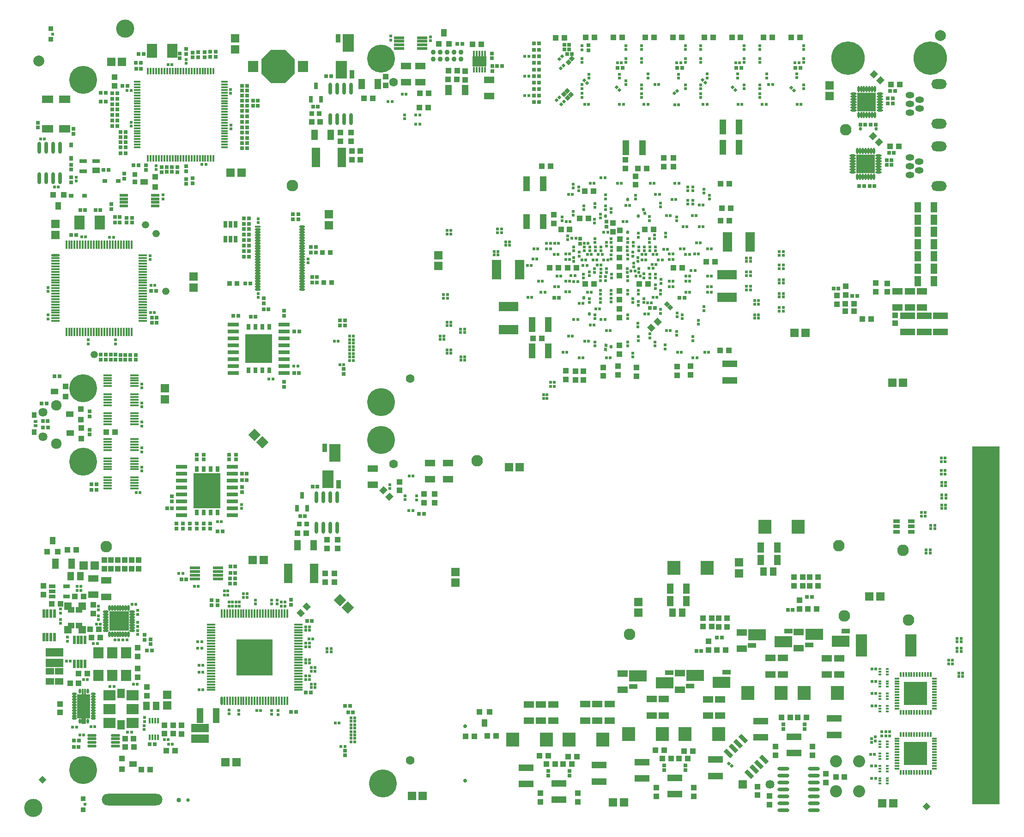
<source format=gts>
%FSLAX44Y44*%
%MOMM*%
G71*
G01*
G75*
G04 Layer_Color=8388736*
%ADD10C,0.2032*%
%ADD11C,0.2540*%
%ADD12C,0.4572*%
%ADD13C,0.4000*%
%ADD14C,0.3048*%
%ADD15C,0.1300*%
%ADD16C,0.1600*%
%ADD17C,0.1016*%
%ADD18C,0.1750*%
%ADD19C,0.1524*%
%ADD20C,0.1750*%
%ADD21C,0.1500*%
%ADD22C,0.3810*%
%ADD23C,0.6350*%
%ADD24C,0.4064*%
%ADD25C,0.5080*%
%ADD26C,0.5000*%
%ADD27C,0.6604*%
%ADD28C,0.1727*%
%ADD29C,0.7620*%
%ADD30R,0.4500X0.4000*%
%ADD31R,1.8000X1.1500*%
%ADD32R,0.4000X0.4500*%
%ADD33R,1.0000X0.9000*%
%ADD34R,0.9000X1.0000*%
%ADD35R,3.1800X2.0300*%
%ADD36R,1.4000X0.7600*%
%ADD37R,0.6000X0.6000*%
%ADD38R,0.6000X0.6000*%
%ADD39R,3.2000X1.4000*%
%ADD40R,0.6200X0.6200*%
%ADD41R,0.9500X1.0000*%
%ADD42R,1.1500X1.8000*%
%ADD43R,1.8000X1.1500*%
%ADD44R,2.3500X2.5000*%
%ADD45R,2.7000X1.1500*%
%ADD46R,1.1500X1.8000*%
%ADD47R,1.1500X2.7000*%
%ADD48C,1.2000*%
%ADD49R,1.7000X2.4000*%
%ADD50R,0.6000X0.6200*%
%ADD51R,0.6200X0.6200*%
%ADD52R,1.3000X1.5450*%
%ADD53R,2.1500X1.7000*%
%ADD54R,1.1500X1.4500*%
%ADD55R,1.0000X0.9500*%
%ADD56P,0.8485X4X90.0*%
%ADD57R,2.0000X4.0000*%
G04:AMPARAMS|DCode=58|XSize=0.45mm|YSize=0.4mm|CornerRadius=0mm|HoleSize=0mm|Usage=FLASHONLY|Rotation=315.000|XOffset=0mm|YOffset=0mm|HoleType=Round|Shape=Rectangle|*
%AMROTATEDRECTD58*
4,1,4,-0.3005,0.0177,-0.0177,0.3005,0.3005,-0.0177,0.0177,-0.3005,-0.3005,0.0177,0.0*
%
%ADD58ROTATEDRECTD58*%

%ADD59R,0.9500X0.9500*%
%ADD60P,6.4944X8X202.5*%
%ADD61R,1.7780X2.0320*%
%ADD62R,1.7000X0.4800*%
%ADD63R,1.2000X0.4800*%
%ADD64R,3.1000X0.4800*%
%ADD65R,1.3250X0.4800*%
%ADD66R,1.5750X0.4800*%
%ADD67R,1.0500X1.4000*%
%ADD68R,0.8000X0.6000*%
%ADD69R,1.5000X3.5000*%
%ADD70R,0.6200X0.6000*%
%ADD71R,1.0000X0.8500*%
%ADD72R,0.8500X1.0000*%
%ADD73C,1.0000*%
%ADD74P,1.4142X4X360.0*%
G04:AMPARAMS|DCode=75|XSize=0.45mm|YSize=0.4mm|CornerRadius=0mm|HoleSize=0mm|Usage=FLASHONLY|Rotation=225.000|XOffset=0mm|YOffset=0mm|HoleType=Round|Shape=Rectangle|*
%AMROTATEDRECTD75*
4,1,4,0.0177,0.3005,0.3005,0.0177,-0.0177,-0.3005,-0.3005,-0.0177,0.0177,0.3005,0.0*
%
%ADD75ROTATEDRECTD75*%

G04:AMPARAMS|DCode=76|XSize=0.45mm|YSize=0.4mm|CornerRadius=0mm|HoleSize=0mm|Usage=FLASHONLY|Rotation=80.000|XOffset=0mm|YOffset=0mm|HoleType=Round|Shape=Rectangle|*
%AMROTATEDRECTD76*
4,1,4,0.1579,-0.2563,-0.2360,-0.1868,-0.1579,0.2563,0.2360,0.1868,0.1579,-0.2563,0.0*
%
%ADD76ROTATEDRECTD76*%

G04:AMPARAMS|DCode=77|XSize=0.45mm|YSize=0.4mm|CornerRadius=0mm|HoleSize=0mm|Usage=FLASHONLY|Rotation=290.000|XOffset=0mm|YOffset=0mm|HoleType=Round|Shape=Rectangle|*
%AMROTATEDRECTD77*
4,1,4,-0.2649,0.1430,0.1110,0.2798,0.2649,-0.1430,-0.1110,-0.2798,-0.2649,0.1430,0.0*
%
%ADD77ROTATEDRECTD77*%

%ADD78R,1.9000X1.3000*%
G04:AMPARAMS|DCode=79|XSize=1mm|YSize=0.95mm|CornerRadius=0mm|HoleSize=0mm|Usage=FLASHONLY|Rotation=135.000|XOffset=0mm|YOffset=0mm|HoleType=Round|Shape=Rectangle|*
%AMROTATEDRECTD79*
4,1,4,0.6894,-0.0177,0.0177,-0.6894,-0.6894,0.0177,-0.0177,0.6894,0.6894,-0.0177,0.0*
%
%ADD79ROTATEDRECTD79*%

%ADD80R,0.9500X1.0000*%
%ADD81R,2.0300X3.1800*%
%ADD82R,0.7600X1.4000*%
%ADD83P,0.8485X4X360.0*%
G04:AMPARAMS|DCode=84|XSize=0.95mm|YSize=1mm|CornerRadius=0mm|HoleSize=0mm|Usage=FLASHONLY|Rotation=315.000|XOffset=0mm|YOffset=0mm|HoleType=Round|Shape=Rectangle|*
%AMROTATEDRECTD84*
4,1,4,-0.6894,-0.0177,0.0177,0.6894,0.6894,0.0177,-0.0177,-0.6894,-0.6894,-0.0177,0.0*
%
%ADD84ROTATEDRECTD84*%

%ADD85R,0.6000X0.8000*%
G04:AMPARAMS|DCode=86|XSize=0.95mm|YSize=1mm|CornerRadius=0mm|HoleSize=0mm|Usage=FLASHONLY|Rotation=225.000|XOffset=0mm|YOffset=0mm|HoleType=Round|Shape=Rectangle|*
%AMROTATEDRECTD86*
4,1,4,-0.0177,0.6894,0.6894,-0.0177,0.0177,-0.6894,-0.6894,0.0177,-0.0177,0.6894,0.0*
%
%ADD86ROTATEDRECTD86*%

%ADD87R,3.3500X3.3500*%
%ADD88O,0.3000X1.0500*%
%ADD89O,1.0500X0.3000*%
%ADD90R,1.2700X0.9144*%
%ADD91R,0.9144X0.9144*%
%ADD92R,1.7780X0.4064*%
%ADD93R,0.3000X1.0000*%
%ADD94R,3.4000X1.6000*%
%ADD95R,1.6000X3.4000*%
%ADD96R,0.6500X0.5000*%
%ADD97R,0.8000X1.0000*%
%ADD98O,1.5000X0.2700*%
%ADD99R,1.5000X0.2700*%
%ADD100R,1.3000X1.0000*%
%ADD101R,1.3000X0.6000*%
%ADD102R,0.9144X1.2700*%
%ADD103R,0.9144X0.9144*%
%ADD104O,0.6096X2.0320*%
%ADD105R,0.3000X0.8500*%
%ADD106R,2.5000X1.7500*%
%ADD107R,2.3000X4.3000*%
%ADD108O,0.3000X0.8000*%
%ADD109O,0.8000X0.3000*%
%ADD110O,1.5500X0.4500*%
%ADD111R,0.4500X0.3000*%
%ADD112R,1.5000X0.4500*%
%ADD113R,0.7620X0.7620*%
%ADD114R,0.6000X1.0500*%
%ADD115O,1.0000X0.3000*%
%ADD116R,1.0000X0.3000*%
%ADD117R,0.7000X0.2500*%
%ADD118R,0.2500X0.7000*%
%ADD119R,4.2000X4.2000*%
G04:AMPARAMS|DCode=120|XSize=0.6mm|YSize=1.55mm|CornerRadius=0mm|HoleSize=0mm|Usage=FLASHONLY|Rotation=225.000|XOffset=0mm|YOffset=0mm|HoleType=Round|Shape=Rectangle|*
%AMROTATEDRECTD120*
4,1,4,-0.3359,0.7601,0.7601,-0.3359,0.3359,-0.7601,-0.7601,0.3359,-0.3359,0.7601,0.0*
%
%ADD120ROTATEDRECTD120*%

%ADD121R,4.8000X5.1600*%
%ADD122R,0.5500X1.0000*%
%ADD123R,6.5000X6.5000*%
%ADD124R,1.5000X0.3000*%
%ADD125R,0.3000X1.5000*%
%ADD126O,0.3000X1.5000*%
%ADD127R,0.6500X1.0500*%
%ADD128O,2.0320X0.6096*%
%ADD129R,1.0500X0.6000*%
%ADD130R,1.0160X0.2500*%
%ADD131R,0.2500X1.0160*%
%ADD132O,0.2500X1.0160*%
%ADD133R,2.0000X0.6000*%
%ADD134R,0.7620X0.7620*%
%ADD135O,0.9000X0.3000*%
%ADD136O,0.3000X0.9000*%
%ADD137R,3.5500X3.5500*%
%ADD138R,1.1000X0.6000*%
%ADD139R,0.4500X1.5000*%
%ADD140R,1.8000X2.0000*%
%ADD141O,1.5000X0.3000*%
%ADD142R,0.7000X0.8000*%
%ADD143R,0.4000X0.4000*%
%ADD144R,1.4500X1.1500*%
%ADD145R,4.8000X6.4000*%
%ADD146R,1.5000X1.5000*%
%ADD147R,1.5000X1.5000*%
%ADD148P,2.1213X4X180.0*%
%ADD149C,0.5000*%
%ADD150R,1.2500X1.3500*%
%ADD151R,1.1000X0.9000*%
%ADD152C,0.1270*%
%ADD153C,1.0000*%
%ADD154C,0.3556*%
%ADD155C,0.1778*%
%ADD156R,0.2500X1.1500*%
%ADD157C,2.0000*%
%ADD158C,5.0000*%
%ADD159C,1.5000*%
%ADD160C,1.8000*%
%ADD161C,6.0000*%
%ADD162C,3.2000*%
%ADD163O,11.0000X2.0000*%
%ADD164C,0.8000*%
%ADD165O,2.7000X1.7000*%
%ADD166O,1.5000X1.0000*%
%ADD167C,0.6000*%
%ADD168C,2.1000*%
%ADD169C,0.4000*%
%ADD170C,0.4500*%
%ADD171C,0.4572*%
%ADD172C,0.1300*%
%ADD173C,0.1650*%
%ADD174R,2.0000X0.4800*%
%ADD175R,0.9000X0.4800*%
%ADD176R,1.8500X3.4000*%
%ADD177R,1.4000X3.2000*%
%ADD178R,0.9500X0.9500*%
%ADD179R,2.5000X2.3500*%
%ADD180R,2.0000X1.5000*%
%ADD181R,2.7900X2.9200*%
%ADD182R,7.6200X3.1800*%
%ADD183R,1.2500X1.8500*%
%ADD184R,0.9500X0.5500*%
%ADD185P,1.4142X4X270.0*%
%ADD186R,2.5500X2.5500*%
G04:AMPARAMS|DCode=187|XSize=1.1mm|YSize=2.2mm|CornerRadius=0mm|HoleSize=0mm|Usage=FLASHONLY|Rotation=135.000|XOffset=0mm|YOffset=0mm|HoleType=Round|Shape=Rectangle|*
%AMROTATEDRECTD187*
4,1,4,1.1667,0.3889,-0.3889,-1.1667,-1.1667,-0.3889,0.3889,1.1667,1.1667,0.3889,0.0*
%
%ADD187ROTATEDRECTD187*%

G04:AMPARAMS|DCode=188|XSize=1mm|YSize=1.1mm|CornerRadius=0mm|HoleSize=0mm|Usage=FLASHONLY|Rotation=135.000|XOffset=0mm|YOffset=0mm|HoleType=Round|Shape=Rectangle|*
%AMROTATEDRECTD188*
4,1,4,0.7425,0.0354,-0.0354,-0.7425,-0.7425,-0.0354,0.0354,0.7425,0.7425,0.0354,0.0*
%
%ADD188ROTATEDRECTD188*%

%ADD189R,2.2000X1.1000*%
%ADD190R,1.1000X1.0000*%
%ADD191R,3.1500X1.0200*%
%ADD192C,0.3048*%
%ADD193R,1.5000X2.3000*%
%ADD194R,0.7000X0.3500*%
%ADD195C,0.6400*%
%ADD196R,0.6000X1.5500*%
%ADD197O,0.3000X0.9000*%
%ADD198R,5.4800X3.2400*%
%ADD199R,1.5500X0.6000*%
%ADD200R,3.5000X0.9000*%
%ADD201R,2.4000X0.9000*%
%ADD202R,1.0000X1.3000*%
%ADD203R,0.6000X1.3000*%
%ADD204C,0.2500*%
%ADD205C,0.2000*%
%ADD206C,0.1000*%
%ADD207C,0.6000*%
%ADD208C,0.0508*%
%ADD209C,0.1519*%
%ADD210R,0.2500X1.0250*%
%ADD211R,1.2192X1.1938*%
%ADD212R,1.2000X1.2000*%
%ADD213R,0.9000X1.0250*%
%ADD214R,0.4500X1.1250*%
%ADD215R,0.4500X1.0500*%
%ADD216R,0.5770X0.5270*%
%ADD217R,1.9270X1.2770*%
%ADD218R,0.5270X0.5770*%
%ADD219R,1.1270X1.0270*%
%ADD220R,1.0270X1.1270*%
%ADD221R,3.3070X2.1570*%
%ADD222R,1.5270X0.8870*%
%ADD223R,0.7270X0.7270*%
%ADD224R,0.7270X0.7270*%
%ADD225R,3.3270X1.5270*%
%ADD226R,0.7470X0.7470*%
%ADD227R,1.0770X1.1270*%
%ADD228R,1.2770X1.9270*%
%ADD229R,1.9270X1.2770*%
%ADD230R,2.4770X2.6270*%
%ADD231R,2.8270X1.2770*%
%ADD232R,1.2770X1.9270*%
%ADD233R,1.2770X2.8270*%
%ADD234C,1.3270*%
%ADD235R,1.8270X2.5270*%
%ADD236R,0.7270X0.7470*%
%ADD237R,0.7470X0.7470*%
%ADD238R,1.4270X1.6720*%
%ADD239R,2.2770X1.8270*%
%ADD240R,1.2770X1.5770*%
%ADD241R,1.1270X1.0770*%
%ADD242P,1.0281X4X90.0*%
%ADD243R,2.1270X4.1270*%
G04:AMPARAMS|DCode=244|XSize=0.577mm|YSize=0.527mm|CornerRadius=0mm|HoleSize=0mm|Usage=FLASHONLY|Rotation=315.000|XOffset=0mm|YOffset=0mm|HoleType=Round|Shape=Rectangle|*
%AMROTATEDRECTD244*
4,1,4,-0.3903,0.0177,-0.0177,0.3903,0.3903,-0.0177,0.0177,-0.3903,-0.3903,0.0177,0.0*
%
%ADD244ROTATEDRECTD244*%

%ADD245R,1.0770X1.0770*%
%ADD246P,6.6319X8X202.5*%
%ADD247R,1.9050X2.1590*%
%ADD248R,1.8270X0.6070*%
%ADD249R,1.3270X0.6070*%
%ADD250R,3.2270X0.6070*%
%ADD251R,1.4520X0.6070*%
%ADD252R,1.7020X0.6070*%
%ADD253R,1.1770X1.5270*%
%ADD254R,0.9270X0.7270*%
%ADD255R,1.6270X3.6270*%
%ADD256R,0.7470X0.7270*%
%ADD257R,1.1270X0.9770*%
%ADD258R,0.9770X1.1270*%
%ADD259C,2.0000*%
G04:AMPARAMS|DCode=260|XSize=0.577mm|YSize=0.527mm|CornerRadius=0mm|HoleSize=0mm|Usage=FLASHONLY|Rotation=225.000|XOffset=0mm|YOffset=0mm|HoleType=Round|Shape=Rectangle|*
%AMROTATEDRECTD260*
4,1,4,0.0177,0.3903,0.3903,0.0177,-0.0177,-0.3903,-0.3903,-0.0177,0.0177,0.3903,0.0*
%
%ADD260ROTATEDRECTD260*%

G04:AMPARAMS|DCode=261|XSize=0.577mm|YSize=0.527mm|CornerRadius=0mm|HoleSize=0mm|Usage=FLASHONLY|Rotation=80.000|XOffset=0mm|YOffset=0mm|HoleType=Round|Shape=Rectangle|*
%AMROTATEDRECTD261*
4,1,4,0.2094,-0.3299,-0.3096,-0.2384,-0.2094,0.3299,0.3096,0.2384,0.2094,-0.3299,0.0*
%
%ADD261ROTATEDRECTD261*%

G04:AMPARAMS|DCode=262|XSize=0.577mm|YSize=0.527mm|CornerRadius=0mm|HoleSize=0mm|Usage=FLASHONLY|Rotation=290.000|XOffset=0mm|YOffset=0mm|HoleType=Round|Shape=Rectangle|*
%AMROTATEDRECTD262*
4,1,4,-0.3463,0.1810,0.1489,0.3612,0.3463,-0.1810,-0.1489,-0.3612,-0.3463,0.1810,0.0*
%
%ADD262ROTATEDRECTD262*%

%ADD263R,2.0270X1.4270*%
G04:AMPARAMS|DCode=264|XSize=1.127mm|YSize=1.077mm|CornerRadius=0mm|HoleSize=0mm|Usage=FLASHONLY|Rotation=135.000|XOffset=0mm|YOffset=0mm|HoleType=Round|Shape=Rectangle|*
%AMROTATEDRECTD264*
4,1,4,0.7792,-0.0177,0.0177,-0.7792,-0.7792,0.0177,-0.0177,0.7792,0.7792,-0.0177,0.0*
%
%ADD264ROTATEDRECTD264*%

%ADD265R,1.0770X1.1270*%
%ADD266R,2.1570X3.3070*%
%ADD267R,0.8870X1.5270*%
%ADD268P,1.0281X4X360.0*%
G04:AMPARAMS|DCode=269|XSize=1.077mm|YSize=1.127mm|CornerRadius=0mm|HoleSize=0mm|Usage=FLASHONLY|Rotation=315.000|XOffset=0mm|YOffset=0mm|HoleType=Round|Shape=Rectangle|*
%AMROTATEDRECTD269*
4,1,4,-0.7792,-0.0177,0.0177,0.7792,0.7792,0.0177,-0.0177,-0.7792,-0.7792,-0.0177,0.0*
%
%ADD269ROTATEDRECTD269*%

%ADD270R,0.7270X0.9270*%
G04:AMPARAMS|DCode=271|XSize=1.077mm|YSize=1.127mm|CornerRadius=0mm|HoleSize=0mm|Usage=FLASHONLY|Rotation=225.000|XOffset=0mm|YOffset=0mm|HoleType=Round|Shape=Rectangle|*
%AMROTATEDRECTD271*
4,1,4,-0.0177,0.7792,0.7792,-0.0177,0.0177,-0.7792,-0.7792,0.0177,-0.0177,0.7792,0.0*
%
%ADD271ROTATEDRECTD271*%

%ADD272R,3.4770X3.4770*%
%ADD273O,0.4270X1.1770*%
%ADD274O,1.1770X0.4270*%
%ADD275R,1.3970X1.0414*%
%ADD276R,1.0414X1.0414*%
%ADD277R,1.9050X0.5334*%
%ADD278R,0.4270X1.1270*%
%ADD279R,3.5270X1.7270*%
%ADD280R,1.7270X3.5270*%
%ADD281R,0.7770X0.6270*%
%ADD282R,0.9270X1.1270*%
%ADD283O,1.6270X0.3970*%
%ADD284R,1.6270X0.3970*%
%ADD285R,1.4270X1.1270*%
%ADD286R,1.4270X0.7270*%
%ADD287R,1.0414X1.3970*%
%ADD288R,1.0414X1.0414*%
%ADD289O,0.7366X2.1590*%
%ADD290R,0.4270X0.9770*%
%ADD291R,2.6270X1.8770*%
%ADD292R,2.4270X4.4270*%
%ADD293O,0.4270X0.9270*%
%ADD294O,0.9270X0.4270*%
%ADD295O,1.6770X0.5770*%
%ADD296R,0.5770X0.4270*%
%ADD297R,1.6270X0.5770*%
%ADD298R,0.8890X0.8890*%
%ADD299R,0.7270X1.1770*%
%ADD300O,1.1270X0.4270*%
%ADD301R,1.1270X0.4270*%
%ADD302R,0.8270X0.3770*%
%ADD303R,0.3770X0.8270*%
%ADD304R,4.3270X4.3270*%
G04:AMPARAMS|DCode=305|XSize=0.727mm|YSize=1.677mm|CornerRadius=0mm|HoleSize=0mm|Usage=FLASHONLY|Rotation=225.000|XOffset=0mm|YOffset=0mm|HoleType=Round|Shape=Rectangle|*
%AMROTATEDRECTD305*
4,1,4,-0.3359,0.8499,0.8499,-0.3359,0.3359,-0.8499,-0.8499,0.3359,-0.3359,0.8499,0.0*
%
%ADD305ROTATEDRECTD305*%

%ADD306R,4.9270X5.2870*%
%ADD307R,0.6770X1.1270*%
%ADD308R,6.6270X6.6270*%
%ADD309R,1.6270X0.4270*%
%ADD310R,0.4270X1.6270*%
%ADD311O,0.4270X1.6270*%
%ADD312R,0.7770X1.1770*%
%ADD313O,2.1590X0.7366*%
%ADD314R,1.1770X0.7270*%
%ADD315R,1.1430X0.3770*%
%ADD316R,0.3770X1.1430*%
%ADD317O,0.3770X1.1430*%
%ADD318R,2.1270X0.7270*%
%ADD319R,0.8890X0.8890*%
%ADD320O,1.0270X0.4270*%
%ADD321O,0.4270X1.0270*%
%ADD322R,3.6770X3.6770*%
%ADD323R,1.2270X0.7270*%
%ADD324R,0.5770X1.6270*%
%ADD325R,1.9270X2.1270*%
%ADD326O,1.6270X0.4270*%
%ADD327R,0.8270X0.9270*%
%ADD328R,0.5270X0.5270*%
%ADD329R,1.5770X1.2770*%
%ADD330R,4.9270X6.5270*%
%ADD331R,1.6270X1.6270*%
%ADD332R,1.6270X1.6270*%
%ADD333P,2.3009X4X180.0*%
%ADD334C,0.6270*%
%ADD335R,1.3770X1.4770*%
%ADD336R,1.2270X1.0270*%
%ADD337C,2.1270*%
%ADD338C,5.1270*%
%ADD339C,1.6270*%
%ADD340C,0.8500*%
%ADD341C,0.6500*%
%ADD342C,1.9270*%
%ADD343C,6.1270*%
%ADD344C,3.3270*%
%ADD345O,11.1270X2.1270*%
%ADD346C,1.6000*%
%ADD347C,0.9270*%
%ADD348O,2.8270X1.8270*%
%ADD349O,1.6270X1.1270*%
%ADD350C,0.7270*%
%ADD351C,2.2270*%
G36*
X1771000Y7000D02*
X1721000D01*
Y663000D01*
X1771000D01*
Y7000D01*
D02*
G37*
D74*
X1637500Y3000D02*
D03*
X16500Y52000D02*
D03*
D213*
X92247Y159123D02*
D03*
D214*
X90002Y213374D02*
D03*
D215*
X94498Y213752D02*
D03*
D216*
X1367250Y943750D02*
D03*
X1374250D02*
D03*
X310250Y216500D02*
D03*
X303250D02*
D03*
X308250Y293250D02*
D03*
X301250D02*
D03*
X310250Y261500D02*
D03*
X303250D02*
D03*
X409006Y178446D02*
D03*
X416006D02*
D03*
X582000Y127750D02*
D03*
X589000D02*
D03*
X582000Y121250D02*
D03*
X589000D02*
D03*
X582000Y165548D02*
D03*
X589000D02*
D03*
X582000Y159048D02*
D03*
X589000D02*
D03*
X582000Y140250D02*
D03*
X589000D02*
D03*
X582000Y134000D02*
D03*
X589000Y134000D02*
D03*
X582000Y152750D02*
D03*
X589000D02*
D03*
X582000Y146250D02*
D03*
X589000D02*
D03*
X579750Y827250D02*
D03*
X586750D02*
D03*
X579750Y820750D02*
D03*
X586750D02*
D03*
X516250Y227250D02*
D03*
X509250D02*
D03*
X579750Y865604D02*
D03*
X586750D02*
D03*
X516250Y220750D02*
D03*
X509250D02*
D03*
X579750Y859000D02*
D03*
X586750D02*
D03*
X506250Y242250D02*
D03*
X499250D02*
D03*
X579750Y840048D02*
D03*
X586750Y840048D02*
D03*
X506250Y235750D02*
D03*
X499250D02*
D03*
X579750Y833548D02*
D03*
X586750Y833548D02*
D03*
X506250Y272250D02*
D03*
X499250D02*
D03*
X579750Y852750D02*
D03*
X586750Y852750D02*
D03*
X506250Y265750D02*
D03*
X499250D02*
D03*
X579750Y846250D02*
D03*
X586750D02*
D03*
X516250Y257250D02*
D03*
X509250D02*
D03*
X516250Y250750D02*
D03*
X509250D02*
D03*
X506250Y302298D02*
D03*
X499250D02*
D03*
X506250Y295798D02*
D03*
X499250D02*
D03*
X506250Y332250D02*
D03*
X499250D02*
D03*
X506250Y325750D02*
D03*
X499250D02*
D03*
X214750Y908500D02*
D03*
X221750D02*
D03*
X146750Y1046750D02*
D03*
X139750D02*
D03*
X215250Y958250D02*
D03*
X222250D02*
D03*
X95500Y1047750D02*
D03*
X88500D02*
D03*
X1291500Y1290500D02*
D03*
X1298500D02*
D03*
X484500Y810589D02*
D03*
X477500D02*
D03*
X982564Y965828D02*
D03*
X975564D02*
D03*
X962500Y955750D02*
D03*
X955500D02*
D03*
X1045564Y1055828D02*
D03*
X1052564D02*
D03*
X1016750Y1036000D02*
D03*
X1009750D02*
D03*
X947500Y1035750D02*
D03*
X940500D02*
D03*
X917000Y1025750D02*
D03*
X924000D02*
D03*
X1242564Y955828D02*
D03*
X1235564D02*
D03*
X947500Y1025750D02*
D03*
X940500D02*
D03*
X1212564Y985828D02*
D03*
X1205564D02*
D03*
X1165564Y1015828D02*
D03*
X1172564D02*
D03*
X1202500Y1015000D02*
D03*
X1195500D02*
D03*
X966500Y975750D02*
D03*
X959500D02*
D03*
X1222500Y1036500D02*
D03*
X1215500D02*
D03*
X1111750Y975250D02*
D03*
X1104750D02*
D03*
X1162500Y1025000D02*
D03*
X1155500Y1025000D02*
D03*
X1672000Y597000D02*
D03*
X1665000D02*
D03*
X1672250Y568250D02*
D03*
X1665250D02*
D03*
X1672250Y574500D02*
D03*
X1665250D02*
D03*
X1671250Y635500D02*
D03*
X1664250D02*
D03*
X1671250Y641750D02*
D03*
X1664250D02*
D03*
X1671250Y612500D02*
D03*
X1664250D02*
D03*
X1671250Y618750D02*
D03*
X1664250D02*
D03*
X1307250Y1002250D02*
D03*
X1314250D02*
D03*
X1307250Y1008750D02*
D03*
X1314250D02*
D03*
X1322250Y930750D02*
D03*
X1329250D02*
D03*
X1367250Y989250D02*
D03*
X1374250D02*
D03*
X1367250Y995750D02*
D03*
X1374250D02*
D03*
X1307250Y976250D02*
D03*
X1314250D02*
D03*
X1307250Y982750D02*
D03*
X1314250D02*
D03*
X1367250Y1014000D02*
D03*
X1374250D02*
D03*
X1367250Y1020500D02*
D03*
X1374250D02*
D03*
X758750Y941750D02*
D03*
X751750D02*
D03*
X758750Y935250D02*
D03*
X751750D02*
D03*
X857750Y1055000D02*
D03*
X850750D02*
D03*
X857750Y1061500D02*
D03*
X850750D02*
D03*
X790150Y878350D02*
D03*
X783150D02*
D03*
X790150Y871850D02*
D03*
X783150D02*
D03*
X872500Y1038500D02*
D03*
X865500D02*
D03*
X872500Y1032000D02*
D03*
X865500D02*
D03*
X765000Y1052500D02*
D03*
X758000D02*
D03*
X765000Y1059000D02*
D03*
X758000D02*
D03*
X790750Y827500D02*
D03*
X783750Y827500D02*
D03*
X790750Y821000D02*
D03*
X783750D02*
D03*
X851750Y1020750D02*
D03*
X844750D02*
D03*
X851750Y1014250D02*
D03*
X844750D02*
D03*
X752550Y865650D02*
D03*
X745550D02*
D03*
X752550Y859150D02*
D03*
X745550D02*
D03*
X765250Y891050D02*
D03*
X758250D02*
D03*
X765250Y884550D02*
D03*
X758250D02*
D03*
X765250Y840250D02*
D03*
X758250D02*
D03*
X765250Y833750D02*
D03*
X758250D02*
D03*
X676000Y1308750D02*
D03*
X683000D02*
D03*
X650250Y1295500D02*
D03*
X657250D02*
D03*
X708000Y1254000D02*
D03*
X701000D02*
D03*
X708000Y1271000D02*
D03*
X701000D02*
D03*
X178750Y1316000D02*
D03*
X171750D02*
D03*
X309000Y1180500D02*
D03*
X316000D02*
D03*
X246500Y1363500D02*
D03*
X253500D02*
D03*
X1125750Y926750D02*
D03*
X1132750D02*
D03*
X1135500Y936750D02*
D03*
X1142500D02*
D03*
X985500Y976750D02*
D03*
X992500D02*
D03*
X1022564Y945828D02*
D03*
X1015564D02*
D03*
X1145500Y1005000D02*
D03*
X1152500D02*
D03*
X1537000Y232500D02*
D03*
X1544000D02*
D03*
X1543750Y54750D02*
D03*
X1536750D02*
D03*
X1541750Y98250D02*
D03*
X1534750Y98250D02*
D03*
X1544000Y210000D02*
D03*
X1537000Y210000D02*
D03*
X1544000Y255000D02*
D03*
X1537000D02*
D03*
X1074250Y1290370D02*
D03*
X1081250D02*
D03*
X1010250D02*
D03*
X1017250D02*
D03*
X1400000Y1290250D02*
D03*
X1407000D02*
D03*
X1336000Y1290500D02*
D03*
X1343000D02*
D03*
X1354750Y1326750D02*
D03*
X1347750D02*
D03*
X900750Y1306370D02*
D03*
X907750Y1306370D02*
D03*
X900750Y1378370D02*
D03*
X907750Y1378370D02*
D03*
X900750Y1342370D02*
D03*
X907750D02*
D03*
X1403000Y1367000D02*
D03*
X1396000D02*
D03*
X1077250Y1366870D02*
D03*
X1070250D02*
D03*
X1294500Y1366750D02*
D03*
X1287500D02*
D03*
X1186340Y1366630D02*
D03*
X1179340D02*
D03*
X1146090Y1326630D02*
D03*
X1139090D02*
D03*
X1227500Y1290500D02*
D03*
X1234500D02*
D03*
X1119340Y1290380D02*
D03*
X1126340D02*
D03*
X1175340Y1289630D02*
D03*
X1182340D02*
D03*
X1190500Y1065750D02*
D03*
X1197500D02*
D03*
X1085750Y1105000D02*
D03*
X1092750D02*
D03*
X976500Y1075750D02*
D03*
X983500D02*
D03*
X1543750Y77250D02*
D03*
X1536750D02*
D03*
X1544000Y187500D02*
D03*
X1537000D02*
D03*
X112500Y148750D02*
D03*
X105500D02*
D03*
X72000Y148500D02*
D03*
X79000D02*
D03*
X179750Y139000D02*
D03*
X172750Y139000D02*
D03*
X545500Y286000D02*
D03*
X538500D02*
D03*
X545500Y292500D02*
D03*
X538500D02*
D03*
X551250Y856000D02*
D03*
X558250D02*
D03*
X553500Y156000D02*
D03*
X560500D02*
D03*
X561750Y812750D02*
D03*
X568750D02*
D03*
X563750Y113000D02*
D03*
X570750D02*
D03*
X92250Y133500D02*
D03*
X85250D02*
D03*
X122250Y337250D02*
D03*
X115250D02*
D03*
X80000Y399000D02*
D03*
X87000D02*
D03*
Y406500D02*
D03*
X80000D02*
D03*
X91750Y235500D02*
D03*
X98750D02*
D03*
X147500Y223100D02*
D03*
X140500Y223100D02*
D03*
X190500Y226750D02*
D03*
X183500D02*
D03*
X188000Y373500D02*
D03*
X181000D02*
D03*
X171250Y308250D02*
D03*
X164250D02*
D03*
X156250D02*
D03*
X149250Y308250D02*
D03*
X110000Y301250D02*
D03*
X117000D02*
D03*
X1322250Y924250D02*
D03*
X1329250D02*
D03*
X38500Y1138750D02*
D03*
X45500D02*
D03*
X13000Y1227000D02*
D03*
X20000D02*
D03*
X1022500Y1015000D02*
D03*
X1015500D02*
D03*
X1012500Y1005000D02*
D03*
X1005500D02*
D03*
X1115500Y1015000D02*
D03*
X1122500D02*
D03*
X990500Y965750D02*
D03*
X997500D02*
D03*
X1102500Y985000D02*
D03*
X1095500D02*
D03*
X1135500Y1015000D02*
D03*
X1142500D02*
D03*
X310250Y249000D02*
D03*
X303250D02*
D03*
X308250Y305250D02*
D03*
X301250D02*
D03*
X505250Y310000D02*
D03*
X512250D02*
D03*
X915500Y1006750D02*
D03*
X922500D02*
D03*
X1212064Y1015828D02*
D03*
X1219064D02*
D03*
X954750Y1015500D02*
D03*
X961750D02*
D03*
X982564Y1005828D02*
D03*
X975564D02*
D03*
X962500Y1035750D02*
D03*
X955500D02*
D03*
X987250Y1045000D02*
D03*
X994250D02*
D03*
X195250Y578000D02*
D03*
X188250Y578000D02*
D03*
X1672000Y590750D02*
D03*
X1665000D02*
D03*
X1322250Y904750D02*
D03*
X1329250D02*
D03*
X1367250Y917750D02*
D03*
X1374250Y917750D02*
D03*
X1322250Y898250D02*
D03*
X1329250D02*
D03*
X1367250Y911250D02*
D03*
X1374250D02*
D03*
X1307250Y956750D02*
D03*
X1314250D02*
D03*
X1367250Y969000D02*
D03*
X1374250Y969000D02*
D03*
X1307250Y950250D02*
D03*
X1314250D02*
D03*
X1367250Y962500D02*
D03*
X1374250Y962500D02*
D03*
X1367250Y937250D02*
D03*
X1374250D02*
D03*
X1140500Y1125750D02*
D03*
X1147500D02*
D03*
X1160500Y1086000D02*
D03*
X1167500D02*
D03*
X1214750D02*
D03*
X1207750D02*
D03*
X1176000Y1145828D02*
D03*
X1183000D02*
D03*
X1170500Y1115750D02*
D03*
X1177500D02*
D03*
X1220500Y1065750D02*
D03*
X1227500D02*
D03*
X1227500Y1105750D02*
D03*
X1220500D02*
D03*
X1167500Y875750D02*
D03*
X1160500D02*
D03*
X1037500Y915750D02*
D03*
X1030500D02*
D03*
X1057500Y875750D02*
D03*
X1050500D02*
D03*
X1027500Y885750D02*
D03*
X1020500D02*
D03*
X1120500Y905750D02*
D03*
X1127500D02*
D03*
X1230500Y835750D02*
D03*
X1237500D02*
D03*
X1216064Y825828D02*
D03*
X1209064D02*
D03*
X1187500Y835750D02*
D03*
X1180500D02*
D03*
X987500Y1125750D02*
D03*
X980500D02*
D03*
X1027500Y1145750D02*
D03*
X1020500D02*
D03*
X1007500Y925750D02*
D03*
X1000500D02*
D03*
X1070500Y1145750D02*
D03*
X1077500Y1145750D02*
D03*
X997500Y895750D02*
D03*
X990500Y895750D02*
D03*
X1017500Y855750D02*
D03*
X1010500D02*
D03*
X1080500Y1075750D02*
D03*
X1087500D02*
D03*
X1007500Y825750D02*
D03*
X1000500Y825750D02*
D03*
X1040500Y1155750D02*
D03*
X1047500D02*
D03*
X987500Y865750D02*
D03*
X980500Y865750D02*
D03*
X977500Y835750D02*
D03*
X970500D02*
D03*
X1050500Y825750D02*
D03*
X1057500D02*
D03*
X1040500Y895750D02*
D03*
X1047500D02*
D03*
X1137750Y1146000D02*
D03*
X1130750D02*
D03*
X1202564Y945828D02*
D03*
X1195564D02*
D03*
X905750Y994750D02*
D03*
X912750D02*
D03*
X906250Y936750D02*
D03*
X913250D02*
D03*
X1242564Y945828D02*
D03*
X1235564D02*
D03*
X1242564Y1025828D02*
D03*
X1235564D02*
D03*
X932500Y966250D02*
D03*
X925500D02*
D03*
X930500Y945500D02*
D03*
X937500D02*
D03*
X1242564Y975828D02*
D03*
X1235564D02*
D03*
X1202564D02*
D03*
X1195564D02*
D03*
X1165564Y955828D02*
D03*
X1172564Y955828D02*
D03*
X982564Y1015828D02*
D03*
X975564D02*
D03*
X982500Y946500D02*
D03*
X975500Y946500D02*
D03*
X1165564Y1005828D02*
D03*
X1172564D02*
D03*
X1185500Y1025750D02*
D03*
X1192500Y1025750D02*
D03*
X1202564Y965828D02*
D03*
X1195564D02*
D03*
X1165564Y965828D02*
D03*
X1172564D02*
D03*
X688250Y545750D02*
D03*
X695250D02*
D03*
X695500Y609000D02*
D03*
X688500D02*
D03*
X1032500Y1005000D02*
D03*
X1025500D02*
D03*
X1042500Y1015000D02*
D03*
X1035500D02*
D03*
X1040250Y995750D02*
D03*
X1033250D02*
D03*
X1052500Y1005000D02*
D03*
X1045500D02*
D03*
X1141000Y996750D02*
D03*
X1134000D02*
D03*
X1007500Y995000D02*
D03*
X1014500D02*
D03*
X1135500Y990000D02*
D03*
X1128500D02*
D03*
X1122500Y1005000D02*
D03*
X1115500D02*
D03*
X67750Y269250D02*
D03*
X60750D02*
D03*
X247000Y125250D02*
D03*
X240000D02*
D03*
X254500Y116750D02*
D03*
X247500D02*
D03*
X294750Y406250D02*
D03*
X301750D02*
D03*
X273746Y429996D02*
D03*
X266746D02*
D03*
X1684500Y264500D02*
D03*
X1677500D02*
D03*
X1684500Y271000D02*
D03*
X1677500D02*
D03*
X1703411Y247500D02*
D03*
X1696411D02*
D03*
X1703411Y241048D02*
D03*
X1696411D02*
D03*
X1693250Y304750D02*
D03*
X1700250D02*
D03*
X1693250Y311250D02*
D03*
X1700250D02*
D03*
X1693250Y293000D02*
D03*
X1700250D02*
D03*
X1693250Y286750D02*
D03*
X1700250D02*
D03*
X1636500Y467500D02*
D03*
X1643500D02*
D03*
X1636500Y473500D02*
D03*
X1643500D02*
D03*
X1645000Y518250D02*
D03*
X1652000D02*
D03*
X1645000Y512250D02*
D03*
X1652000D02*
D03*
X1627500Y542000D02*
D03*
X1634500D02*
D03*
X1627500Y535500D02*
D03*
X1634500D02*
D03*
X1664750Y549500D02*
D03*
X1671750D02*
D03*
X1664750Y555750D02*
D03*
X1671750D02*
D03*
X337250Y525000D02*
D03*
X344250D02*
D03*
X431750Y786339D02*
D03*
X438750D02*
D03*
D217*
X1011200Y190500D02*
D03*
Y160500D02*
D03*
X1056200Y190500D02*
D03*
Y160500D02*
D03*
X1033700Y190496D02*
D03*
Y160496D02*
D03*
X907950Y189750D02*
D03*
Y159750D02*
D03*
X952950Y189746D02*
D03*
Y159746D02*
D03*
X930450Y189742D02*
D03*
Y159742D02*
D03*
X1402750Y322746D02*
D03*
Y292746D02*
D03*
X1454250Y274750D02*
D03*
Y244750D02*
D03*
X1476750Y274750D02*
D03*
Y244750D02*
D03*
X709500Y1331004D02*
D03*
Y1361004D02*
D03*
X1373750Y275246D02*
D03*
Y245246D02*
D03*
X1351250Y275242D02*
D03*
Y245242D02*
D03*
X1298000Y322246D02*
D03*
Y292246D02*
D03*
X1133250Y199742D02*
D03*
Y169742D02*
D03*
X1155750Y199746D02*
D03*
Y169746D02*
D03*
X1079750Y246750D02*
D03*
Y216750D02*
D03*
X1258750Y199250D02*
D03*
Y169250D02*
D03*
X1236250Y199246D02*
D03*
Y169246D02*
D03*
X1184750Y247246D02*
D03*
Y217246D02*
D03*
X682500Y1330754D02*
D03*
Y1360754D02*
D03*
X1628750Y917750D02*
D03*
Y947750D02*
D03*
X1583750Y917750D02*
D03*
Y947750D02*
D03*
X1606250Y917750D02*
D03*
X1606250Y947750D02*
D03*
X621750Y592500D02*
D03*
Y622500D02*
D03*
X760000Y603004D02*
D03*
Y633004D02*
D03*
X726750Y603000D02*
D03*
Y633000D02*
D03*
D218*
X1555250Y139500D02*
D03*
Y132500D02*
D03*
X1562250Y139500D02*
D03*
Y132500D02*
D03*
X1569250Y139500D02*
D03*
Y132500D02*
D03*
X448500Y178500D02*
D03*
Y171500D02*
D03*
X358750Y179500D02*
D03*
Y172500D02*
D03*
X407000Y374500D02*
D03*
Y381500D02*
D03*
X446250Y374500D02*
D03*
Y381500D02*
D03*
X358250Y370500D02*
D03*
Y377500D02*
D03*
X150250Y858250D02*
D03*
X150250Y851250D02*
D03*
X214000Y1012750D02*
D03*
X214000Y1005750D02*
D03*
X26750Y897000D02*
D03*
Y904000D02*
D03*
X26500Y947250D02*
D03*
Y954250D02*
D03*
X100250Y858250D02*
D03*
Y851250D02*
D03*
X1331250Y1319000D02*
D03*
Y1326000D02*
D03*
X1291000Y1339000D02*
D03*
Y1346000D02*
D03*
X1029000Y1037250D02*
D03*
Y1044250D02*
D03*
X1039000Y927250D02*
D03*
Y934250D02*
D03*
X1119000Y927250D02*
D03*
Y934250D02*
D03*
X1019000Y927250D02*
D03*
Y934250D02*
D03*
X1109064Y942328D02*
D03*
Y949328D02*
D03*
X1039064Y942328D02*
D03*
Y949328D02*
D03*
X1039000Y974250D02*
D03*
Y967250D02*
D03*
X1119064Y979328D02*
D03*
Y972328D02*
D03*
X1019000Y983500D02*
D03*
Y976500D02*
D03*
X1089000Y974250D02*
D03*
Y967250D02*
D03*
X1049000Y974250D02*
D03*
Y967250D02*
D03*
X1059064Y942328D02*
D03*
Y949328D02*
D03*
X1089064Y942328D02*
D03*
Y949328D02*
D03*
X1140000Y972250D02*
D03*
Y979250D02*
D03*
X1109750Y1029250D02*
D03*
Y1022250D02*
D03*
X1098250Y1012250D02*
D03*
Y1019250D02*
D03*
X1130000Y1029250D02*
D03*
Y1022250D02*
D03*
X1000000Y1012250D02*
D03*
Y1019250D02*
D03*
X1010000Y1022250D02*
D03*
Y1029250D02*
D03*
X1149750Y942500D02*
D03*
X1149750Y949500D02*
D03*
X1140000Y1022250D02*
D03*
X1140000Y1029250D02*
D03*
Y952250D02*
D03*
Y959250D02*
D03*
X680250Y1271000D02*
D03*
Y1264000D02*
D03*
X361750Y1252750D02*
D03*
Y1245750D02*
D03*
X361500Y1310750D02*
D03*
Y1317750D02*
D03*
X225000Y1178000D02*
D03*
Y1171000D02*
D03*
X179000Y1250500D02*
D03*
Y1257500D02*
D03*
X280250Y1365500D02*
D03*
Y1372500D02*
D03*
X1129000Y1037250D02*
D03*
Y1044250D02*
D03*
X1099000Y927250D02*
D03*
Y934250D02*
D03*
X1059000Y1037250D02*
D03*
Y1044250D02*
D03*
Y928000D02*
D03*
Y935000D02*
D03*
X1109000Y1054000D02*
D03*
Y1047000D02*
D03*
X990000Y1022250D02*
D03*
Y1029250D02*
D03*
Y1002250D02*
D03*
Y1009250D02*
D03*
X1089000Y1007250D02*
D03*
Y1014250D02*
D03*
X1030000Y1022250D02*
D03*
Y1029250D02*
D03*
X1150000Y962250D02*
D03*
Y969250D02*
D03*
X1050000Y1037250D02*
D03*
Y1030250D02*
D03*
X1028250Y989250D02*
D03*
Y982250D02*
D03*
X1060000Y1029250D02*
D03*
Y1022250D02*
D03*
X1543500Y123250D02*
D03*
X1543500Y130250D02*
D03*
X503250Y1007000D02*
D03*
Y1000000D02*
D03*
X411750Y1080886D02*
D03*
Y1073886D02*
D03*
Y936500D02*
D03*
Y943500D02*
D03*
X1005500Y1303370D02*
D03*
Y1310370D02*
D03*
X1073750Y1338870D02*
D03*
Y1345870D02*
D03*
X1085750Y1367620D02*
D03*
Y1374620D02*
D03*
X1005500Y1367120D02*
D03*
Y1374120D02*
D03*
X1085750Y1326870D02*
D03*
Y1333870D02*
D03*
Y1398120D02*
D03*
Y1391120D02*
D03*
X1017750Y1338870D02*
D03*
Y1345870D02*
D03*
X1331250Y1398250D02*
D03*
Y1391250D02*
D03*
Y1367250D02*
D03*
Y1374250D02*
D03*
X1399500Y1339250D02*
D03*
Y1346250D02*
D03*
X1411500Y1398250D02*
D03*
Y1391250D02*
D03*
X1412250Y1319000D02*
D03*
Y1326000D02*
D03*
X1411500Y1367250D02*
D03*
X1411500Y1374250D02*
D03*
X1343750Y1339000D02*
D03*
Y1346000D02*
D03*
X1331250Y1303000D02*
D03*
Y1310000D02*
D03*
X1239000Y1124000D02*
D03*
Y1117000D02*
D03*
X1005500Y1319620D02*
D03*
Y1326620D02*
D03*
X1222750Y1319250D02*
D03*
Y1326250D02*
D03*
X1114590Y1318880D02*
D03*
Y1325880D02*
D03*
X1005500Y1397620D02*
D03*
Y1390620D02*
D03*
X1194840Y1367130D02*
D03*
Y1374130D02*
D03*
X1195090Y1318880D02*
D03*
Y1325880D02*
D03*
X1303000Y1319250D02*
D03*
Y1326250D02*
D03*
X1222750Y1302750D02*
D03*
Y1309750D02*
D03*
Y1398250D02*
D03*
Y1391250D02*
D03*
X1114590Y1398130D02*
D03*
Y1391130D02*
D03*
X1126840Y1339130D02*
D03*
Y1346130D02*
D03*
X1195090Y1398130D02*
D03*
Y1391130D02*
D03*
X1222750Y1367250D02*
D03*
Y1374250D02*
D03*
X1235000Y1339000D02*
D03*
Y1346000D02*
D03*
X1114590Y1302880D02*
D03*
Y1309880D02*
D03*
X1182840Y1338880D02*
D03*
Y1345880D02*
D03*
X1114590Y1367130D02*
D03*
Y1374130D02*
D03*
X1303000Y1367250D02*
D03*
Y1374250D02*
D03*
Y1398250D02*
D03*
Y1391250D02*
D03*
X1209064Y1132328D02*
D03*
Y1139328D02*
D03*
X1199064Y1132328D02*
D03*
Y1139328D02*
D03*
X1179000Y1077250D02*
D03*
Y1084250D02*
D03*
X1158250Y849000D02*
D03*
Y842000D02*
D03*
X1129750Y862250D02*
D03*
Y869250D02*
D03*
X1180000Y908000D02*
D03*
Y901000D02*
D03*
X1108250Y882250D02*
D03*
Y889250D02*
D03*
X999250Y1132250D02*
D03*
X999250Y1139250D02*
D03*
X1049000Y1104250D02*
D03*
Y1097250D02*
D03*
X1029064Y1108750D02*
D03*
Y1101750D02*
D03*
X237750Y1117250D02*
D03*
Y1124250D02*
D03*
X1536250Y120250D02*
D03*
Y127250D02*
D03*
X1029000Y897250D02*
D03*
Y904250D02*
D03*
X461000Y370500D02*
D03*
Y377500D02*
D03*
X454500Y370500D02*
D03*
Y377500D02*
D03*
X391500Y386250D02*
D03*
Y393250D02*
D03*
X385000Y386250D02*
D03*
Y393250D02*
D03*
X349750Y390750D02*
D03*
Y397750D02*
D03*
X954500Y780500D02*
D03*
Y773500D02*
D03*
X356250Y390750D02*
D03*
Y397750D02*
D03*
X948000Y780500D02*
D03*
Y773500D02*
D03*
X371048Y370500D02*
D03*
Y377500D02*
D03*
X941500Y758000D02*
D03*
Y751000D02*
D03*
X364548Y370500D02*
D03*
Y377500D02*
D03*
X935000Y758000D02*
D03*
Y751000D02*
D03*
X50000Y357750D02*
D03*
Y364750D02*
D03*
X62500Y313000D02*
D03*
Y306000D02*
D03*
X191250Y355250D02*
D03*
Y362250D02*
D03*
X119000Y352250D02*
D03*
Y345250D02*
D03*
X191250Y318250D02*
D03*
Y325250D02*
D03*
X119250Y363000D02*
D03*
Y370000D02*
D03*
X191250Y333250D02*
D03*
Y340250D02*
D03*
X728000Y1414250D02*
D03*
Y1407250D02*
D03*
X655000Y1415500D02*
D03*
Y1408500D02*
D03*
X1008250Y979250D02*
D03*
Y972250D02*
D03*
X1099750Y1037250D02*
D03*
Y1030250D02*
D03*
X1120000Y1022250D02*
D03*
Y1029250D02*
D03*
X1108250Y1002250D02*
D03*
Y1009250D02*
D03*
X1088250Y1022250D02*
D03*
Y1029250D02*
D03*
X1110000Y989250D02*
D03*
Y982250D02*
D03*
X1040000Y988250D02*
D03*
Y981250D02*
D03*
Y1029250D02*
D03*
Y1022250D02*
D03*
X1130000Y979250D02*
D03*
Y972250D02*
D03*
X1059750Y972250D02*
D03*
Y979250D02*
D03*
X1059000Y1014250D02*
D03*
Y1007250D02*
D03*
X1020000Y1029250D02*
D03*
Y1022250D02*
D03*
X436250Y381500D02*
D03*
Y374500D02*
D03*
X377250Y377500D02*
D03*
Y370500D02*
D03*
X376750Y172000D02*
D03*
Y179000D02*
D03*
X436500Y171750D02*
D03*
Y178750D02*
D03*
X1088250Y982250D02*
D03*
Y989250D02*
D03*
X1050000Y982250D02*
D03*
Y989250D02*
D03*
X198750Y625250D02*
D03*
X198750Y618250D02*
D03*
X198750Y660250D02*
D03*
Y653250D02*
D03*
X198750Y707750D02*
D03*
X198750Y700750D02*
D03*
X199000Y742750D02*
D03*
Y735750D02*
D03*
X198750Y777750D02*
D03*
Y770750D02*
D03*
X1149064Y1109328D02*
D03*
Y1102328D02*
D03*
X1229000Y1127500D02*
D03*
Y1134500D02*
D03*
X1159000Y1047250D02*
D03*
Y1054250D02*
D03*
X1179000Y874250D02*
D03*
Y867250D02*
D03*
X1219000Y894250D02*
D03*
Y887250D02*
D03*
X1149000Y914250D02*
D03*
Y907250D02*
D03*
X1089000Y904250D02*
D03*
Y897250D02*
D03*
X1189000Y904250D02*
D03*
Y897250D02*
D03*
X1089000Y847250D02*
D03*
Y854250D02*
D03*
X1109064Y929328D02*
D03*
Y922328D02*
D03*
X1109000Y864250D02*
D03*
Y857250D02*
D03*
X1099000Y834250D02*
D03*
Y827250D02*
D03*
X1209000Y864250D02*
D03*
Y857250D02*
D03*
X1229064Y919328D02*
D03*
Y912328D02*
D03*
X1139000Y854250D02*
D03*
Y847250D02*
D03*
X989000Y1137250D02*
D03*
Y1144250D02*
D03*
X979064Y1042328D02*
D03*
Y1049328D02*
D03*
X1009000Y1097250D02*
D03*
X1009000Y1104250D02*
D03*
X1129000Y1084500D02*
D03*
Y1077500D02*
D03*
X989000Y1094250D02*
D03*
Y1087250D02*
D03*
X1028250Y1079750D02*
D03*
Y1072750D02*
D03*
X1059064Y1099328D02*
D03*
Y1092328D02*
D03*
X1103750Y1123500D02*
D03*
Y1116500D02*
D03*
X1049000Y1117250D02*
D03*
Y1124250D02*
D03*
X1029000Y854250D02*
D03*
Y847250D02*
D03*
X1039500Y1082000D02*
D03*
Y1089000D02*
D03*
X969000Y1077250D02*
D03*
Y1084250D02*
D03*
X702250Y565250D02*
D03*
Y572250D02*
D03*
X653500Y586000D02*
D03*
Y593000D02*
D03*
X681500Y572750D02*
D03*
Y565750D02*
D03*
X1089000Y1037250D02*
D03*
Y1044250D02*
D03*
X1138500Y1051000D02*
D03*
Y1044000D02*
D03*
X1100000Y999250D02*
D03*
Y992250D02*
D03*
X1209000Y1107250D02*
D03*
Y1114250D02*
D03*
X1199000Y1107250D02*
D03*
Y1114250D02*
D03*
X50000Y345750D02*
D03*
Y338750D02*
D03*
X202750Y143750D02*
D03*
Y150750D02*
D03*
X78750Y1149500D02*
D03*
Y1156500D02*
D03*
X381750Y549750D02*
D03*
Y556750D02*
D03*
X203500Y158750D02*
D03*
Y165750D02*
D03*
D219*
X791250Y1351750D02*
D03*
Y1335750D02*
D03*
X1327000Y23500D02*
D03*
Y39500D02*
D03*
X1452750Y62750D02*
D03*
Y46750D02*
D03*
X1349500Y5750D02*
D03*
Y21750D02*
D03*
X1428000Y112750D02*
D03*
Y96750D02*
D03*
X179750Y439000D02*
D03*
Y455000D02*
D03*
X192250Y439000D02*
D03*
Y455000D02*
D03*
X142250Y439000D02*
D03*
X142250Y455000D02*
D03*
X154750Y439000D02*
D03*
Y455000D02*
D03*
X167250Y439000D02*
D03*
Y455000D02*
D03*
X49000Y175000D02*
D03*
Y191000D02*
D03*
X191250Y294000D02*
D03*
Y278000D02*
D03*
Y256000D02*
D03*
Y240000D02*
D03*
X129750Y439000D02*
D03*
Y455000D02*
D03*
X1438045Y423245D02*
D03*
X1438045Y407245D02*
D03*
X997450Y27250D02*
D03*
Y11250D02*
D03*
X1360000Y112750D02*
D03*
Y96750D02*
D03*
X1142000Y37250D02*
D03*
Y21250D02*
D03*
X1210000Y37250D02*
D03*
Y21250D02*
D03*
X1271278Y348161D02*
D03*
X1271278Y332161D02*
D03*
X149000Y1324250D02*
D03*
Y1340250D02*
D03*
X1488750Y957000D02*
D03*
Y941000D02*
D03*
X1472500Y939750D02*
D03*
Y923750D02*
D03*
X1256278Y348411D02*
D03*
X1256278Y332411D02*
D03*
X1423045Y423495D02*
D03*
X1423045Y407495D02*
D03*
X271500Y151750D02*
D03*
Y135750D02*
D03*
D220*
X1486750Y57000D02*
D03*
X1470750Y57000D02*
D03*
X1401000Y166250D02*
D03*
X1417000D02*
D03*
X1387000D02*
D03*
X1371000D02*
D03*
X122250Y312750D02*
D03*
X106250Y312750D02*
D03*
X119750Y327750D02*
D03*
X103750D02*
D03*
X67000Y229000D02*
D03*
X83000D02*
D03*
X183750Y127500D02*
D03*
X167750D02*
D03*
X62000Y473750D02*
D03*
X78000D02*
D03*
X49750Y374500D02*
D03*
X33750D02*
D03*
X99000Y246750D02*
D03*
X83000D02*
D03*
X525750Y1258000D02*
D03*
X509750D02*
D03*
X500250Y503750D02*
D03*
X484250D02*
D03*
X927950Y96000D02*
D03*
X943950D02*
D03*
X986450Y80750D02*
D03*
X970450D02*
D03*
X980450Y94500D02*
D03*
X996450D02*
D03*
X1393795Y423495D02*
D03*
X1409795Y423495D02*
D03*
X1435445Y364995D02*
D03*
X1419444D02*
D03*
X1227028Y348411D02*
D03*
X1243028Y348411D02*
D03*
X1268678Y289911D02*
D03*
X1252678Y289911D02*
D03*
X832000Y132250D02*
D03*
X848000D02*
D03*
X776500Y1352000D02*
D03*
X760500D02*
D03*
X1153000Y90750D02*
D03*
X1169000D02*
D03*
X1156500Y106000D02*
D03*
X1140500D02*
D03*
X1199000Y90750D02*
D03*
X1183000D02*
D03*
X1193000Y104500D02*
D03*
X1209000D02*
D03*
X792250Y131750D02*
D03*
X808250D02*
D03*
X1488000Y925000D02*
D03*
X1504000D02*
D03*
X1488000Y911000D02*
D03*
X1504000D02*
D03*
X184000Y112000D02*
D03*
X168000Y112000D02*
D03*
X197500Y70500D02*
D03*
X213500D02*
D03*
X256500Y136250D02*
D03*
X240500D02*
D03*
X256500Y151500D02*
D03*
X240500D02*
D03*
X259500Y105250D02*
D03*
X243500D02*
D03*
D221*
X1479500Y305750D02*
D03*
X1431000Y318250D02*
D03*
X1374750Y305000D02*
D03*
X1326250Y317500D02*
D03*
X1156750Y229500D02*
D03*
X1108250Y242000D02*
D03*
X1261500Y230250D02*
D03*
X1213000Y242750D02*
D03*
D222*
X1488500Y324750D02*
D03*
X1422000Y299250D02*
D03*
X1383750Y324000D02*
D03*
X1317250Y298500D02*
D03*
X1165750Y248500D02*
D03*
X1099250Y223000D02*
D03*
X1270500Y249250D02*
D03*
X1204000Y223750D02*
D03*
D223*
X580500Y187500D02*
D03*
X571500D02*
D03*
X585750Y175000D02*
D03*
X576750Y175000D02*
D03*
X183750Y1178750D02*
D03*
X192750D02*
D03*
X226000Y899250D02*
D03*
X217000Y899250D02*
D03*
X226000Y890000D02*
D03*
X217000D02*
D03*
X477750Y798089D02*
D03*
X486750D02*
D03*
X407250Y901089D02*
D03*
X398250D02*
D03*
X487250Y874089D02*
D03*
X478250D02*
D03*
X366500Y902589D02*
D03*
X375500D02*
D03*
X706500Y539750D02*
D03*
X715500D02*
D03*
X158377Y1083500D02*
D03*
X149377D02*
D03*
X382500Y1324750D02*
D03*
X391500D02*
D03*
X382500Y1315750D02*
D03*
X391500D02*
D03*
X382500Y1306750D02*
D03*
X391500D02*
D03*
X382500Y1297500D02*
D03*
X391500D02*
D03*
X382500Y1288250D02*
D03*
X391500D02*
D03*
X382500Y1278250D02*
D03*
X391500D02*
D03*
X382500Y1268750D02*
D03*
X391500D02*
D03*
X382500Y1258250D02*
D03*
X391500D02*
D03*
X382500Y1248500D02*
D03*
X391500D02*
D03*
X153749Y1311000D02*
D03*
X144749D02*
D03*
X153750Y1301000D02*
D03*
X144750D02*
D03*
X411500Y1297250D02*
D03*
X402500D02*
D03*
X411250Y1288250D02*
D03*
X402250D02*
D03*
X545500Y1341750D02*
D03*
X536500D02*
D03*
X520500Y589250D02*
D03*
X511500D02*
D03*
X512500Y1286500D02*
D03*
X521500D02*
D03*
X488750Y535250D02*
D03*
X497750D02*
D03*
X1418045Y386745D02*
D03*
X1427045D02*
D03*
X224750Y948250D02*
D03*
X215750D02*
D03*
X123250Y1295250D02*
D03*
X132250D02*
D03*
X123500Y1311500D02*
D03*
X132500D02*
D03*
X1252778Y312661D02*
D03*
X1261778Y312661D02*
D03*
X172250Y1324750D02*
D03*
X163250D02*
D03*
X149127Y1073500D02*
D03*
X158127D02*
D03*
X481250Y176250D02*
D03*
X472250D02*
D03*
X510500Y343000D02*
D03*
X501500D02*
D03*
X508500Y212000D02*
D03*
X499500D02*
D03*
X106250Y583750D02*
D03*
X115250D02*
D03*
X382500Y1210000D02*
D03*
X391500D02*
D03*
X382500Y1219250D02*
D03*
X391500D02*
D03*
X382500Y1229000D02*
D03*
X391500D02*
D03*
X382500Y1238500D02*
D03*
X391500D02*
D03*
X144500Y1261250D02*
D03*
X153500D02*
D03*
X144500Y1270750D02*
D03*
X153500D02*
D03*
X144500Y1281000D02*
D03*
X153500D02*
D03*
X144500Y1290750D02*
D03*
X153500D02*
D03*
X394882Y1071478D02*
D03*
X385882D02*
D03*
X394882Y1061478D02*
D03*
X385882D02*
D03*
X394882Y1051478D02*
D03*
X385882D02*
D03*
X394882Y1041478D02*
D03*
X385882D02*
D03*
X394882Y1031478D02*
D03*
X385882D02*
D03*
X394882Y1021478D02*
D03*
X385882D02*
D03*
X517382Y1028978D02*
D03*
X508382D02*
D03*
X517382Y1018978D02*
D03*
X508382D02*
D03*
X394882Y1011478D02*
D03*
X385882D02*
D03*
X519882Y973978D02*
D03*
X510882D02*
D03*
X519882Y963978D02*
D03*
X510882D02*
D03*
X388196Y961772D02*
D03*
X397196D02*
D03*
X1180090Y1357380D02*
D03*
X1189090D02*
D03*
X1396750Y1357250D02*
D03*
X1405750D02*
D03*
X159750Y1201000D02*
D03*
X168750D02*
D03*
X421750Y914250D02*
D03*
X430750D02*
D03*
X1071000Y1357370D02*
D03*
X1080000D02*
D03*
X1288250Y1357500D02*
D03*
X1297250D02*
D03*
X197000Y1366750D02*
D03*
X188000Y1366750D02*
D03*
X197250Y1355500D02*
D03*
X188250D02*
D03*
X169000Y1211500D02*
D03*
X160000D02*
D03*
X169000Y1221250D02*
D03*
X160000D02*
D03*
X169000Y1239750D02*
D03*
X160000D02*
D03*
X144500Y1250750D02*
D03*
X153500D02*
D03*
X169000Y1230750D02*
D03*
X160000D02*
D03*
X917750Y1354370D02*
D03*
X926750Y1354370D02*
D03*
X917750Y1366370D02*
D03*
X926750D02*
D03*
X978000Y1382370D02*
D03*
X987000Y1382370D02*
D03*
X917750Y1378370D02*
D03*
X926750Y1378370D02*
D03*
X973000Y1390870D02*
D03*
X982000Y1390870D02*
D03*
X973000Y1399370D02*
D03*
X982000D02*
D03*
X917750Y1402370D02*
D03*
X926750D02*
D03*
X917750Y1390370D02*
D03*
X926750D02*
D03*
X917750Y1318370D02*
D03*
X926750D02*
D03*
X917750Y1342370D02*
D03*
X926750D02*
D03*
X917750Y1330370D02*
D03*
X926750Y1330370D02*
D03*
X917750Y1294370D02*
D03*
X926750Y1294370D02*
D03*
X917750Y1306370D02*
D03*
X926750D02*
D03*
X786000Y1401750D02*
D03*
X777000D02*
D03*
X82750Y111500D02*
D03*
X73750Y111500D02*
D03*
X385632Y1081478D02*
D03*
X394632D02*
D03*
X1184500Y936000D02*
D03*
X1193500D02*
D03*
X1139250Y916750D02*
D03*
X1130250D02*
D03*
X106250Y593250D02*
D03*
X115250D02*
D03*
X137277Y1170027D02*
D03*
X128277D02*
D03*
X1532750Y1140250D02*
D03*
X1541750D02*
D03*
X1522750D02*
D03*
X1513750Y1140250D02*
D03*
X17316Y698048D02*
D03*
X26316D02*
D03*
X17062Y709986D02*
D03*
X26062D02*
D03*
X15174Y741736D02*
D03*
X24174D02*
D03*
X38542Y792028D02*
D03*
X47542D02*
D03*
X1573146Y1188092D02*
D03*
X1564146D02*
D03*
X1573146Y1179592D02*
D03*
X1564146D02*
D03*
X859000Y1361000D02*
D03*
X850000D02*
D03*
X1391795Y363245D02*
D03*
X1382795D02*
D03*
X1224278Y287911D02*
D03*
X1215278Y287911D02*
D03*
X83250Y123500D02*
D03*
X74250Y123500D02*
D03*
X963500Y935500D02*
D03*
X954500D02*
D03*
X1515789Y1253571D02*
D03*
X1524789D02*
D03*
X1543789D02*
D03*
X1534789D02*
D03*
X361000Y442750D02*
D03*
X370000D02*
D03*
X361000Y431250D02*
D03*
X370000D02*
D03*
X213000Y116750D02*
D03*
X222000D02*
D03*
X280000Y419250D02*
D03*
X271000D02*
D03*
X382000Y601000D02*
D03*
X391000D02*
D03*
X337750Y507000D02*
D03*
X346750D02*
D03*
X254000Y550000D02*
D03*
X245000D02*
D03*
X382000Y613500D02*
D03*
X391000D02*
D03*
X217250Y288750D02*
D03*
X208250D02*
D03*
X1575250Y1301500D02*
D03*
X1566250D02*
D03*
X1575250Y1292500D02*
D03*
X1566250D02*
D03*
D224*
X561750Y894000D02*
D03*
Y885000D02*
D03*
X570750Y894000D02*
D03*
Y885000D02*
D03*
X475250Y1089000D02*
D03*
Y1080000D02*
D03*
X123250Y831250D02*
D03*
Y822250D02*
D03*
X132250Y831250D02*
D03*
Y822250D02*
D03*
X141500Y831250D02*
D03*
X141500Y822250D02*
D03*
X150500Y831250D02*
D03*
Y822250D02*
D03*
X279750Y1144500D02*
D03*
Y1153500D02*
D03*
X188000Y822000D02*
D03*
Y831000D02*
D03*
X177750Y822000D02*
D03*
X177750Y831000D02*
D03*
X168500Y822000D02*
D03*
Y831000D02*
D03*
X1017500Y1389620D02*
D03*
Y1398620D02*
D03*
X1050750Y1066000D02*
D03*
Y1075000D02*
D03*
X1002000Y1035000D02*
D03*
X1002000Y1044000D02*
D03*
X166580Y1163500D02*
D03*
Y1154500D02*
D03*
X459500Y911839D02*
D03*
Y902839D02*
D03*
X370000Y420750D02*
D03*
Y411750D02*
D03*
X323750Y1386750D02*
D03*
Y1377750D02*
D03*
X333750Y1386750D02*
D03*
Y1377750D02*
D03*
X313500Y1385750D02*
D03*
Y1376750D02*
D03*
X206500Y1170000D02*
D03*
Y1179000D02*
D03*
X291750Y1155000D02*
D03*
Y1146000D02*
D03*
X180750Y1082500D02*
D03*
Y1073500D02*
D03*
X170750Y1082500D02*
D03*
X170750Y1073500D02*
D03*
X143000Y1107500D02*
D03*
X143000Y1098500D02*
D03*
X291500Y1385500D02*
D03*
Y1376500D02*
D03*
X302250Y1385750D02*
D03*
Y1376750D02*
D03*
X280000Y1176750D02*
D03*
Y1167750D02*
D03*
X360000Y420750D02*
D03*
Y411750D02*
D03*
X337500Y380500D02*
D03*
Y371500D02*
D03*
X326500Y380750D02*
D03*
Y371750D02*
D03*
X472250Y382000D02*
D03*
Y373000D02*
D03*
X235000Y1166250D02*
D03*
Y1175250D02*
D03*
X263500Y1166250D02*
D03*
Y1175250D02*
D03*
X421750Y925750D02*
D03*
Y934750D02*
D03*
X486000Y1089000D02*
D03*
Y1080000D02*
D03*
X244250Y1175500D02*
D03*
Y1166500D02*
D03*
X254000Y1175500D02*
D03*
Y1166500D02*
D03*
X159500Y822000D02*
D03*
X159500Y831000D02*
D03*
X68750Y1156750D02*
D03*
Y1147750D02*
D03*
X103168Y684730D02*
D03*
Y693730D02*
D03*
Y718186D02*
D03*
Y727186D02*
D03*
X68750Y1170750D02*
D03*
Y1179750D02*
D03*
X459500Y781589D02*
D03*
Y772589D02*
D03*
X203750Y317250D02*
D03*
Y308250D02*
D03*
X214500Y309500D02*
D03*
Y300500D02*
D03*
X371000Y648250D02*
D03*
Y639250D02*
D03*
X311750D02*
D03*
Y648250D02*
D03*
X286750Y521750D02*
D03*
Y512750D02*
D03*
X311750Y521750D02*
D03*
Y512750D02*
D03*
X382000Y579500D02*
D03*
Y588500D02*
D03*
X324250Y521750D02*
D03*
Y512750D02*
D03*
X274250Y521750D02*
D03*
Y512750D02*
D03*
X261750Y521750D02*
D03*
Y512750D02*
D03*
X299250Y639250D02*
D03*
Y648250D02*
D03*
X254000Y562500D02*
D03*
X254000Y571500D02*
D03*
X299250Y521750D02*
D03*
Y512750D02*
D03*
X358750Y648250D02*
D03*
Y639250D02*
D03*
D225*
X38250Y285750D02*
D03*
Y265750D02*
D03*
X305250Y127000D02*
D03*
X305250Y147000D02*
D03*
D226*
X840750Y1383750D02*
D03*
Y1374750D02*
D03*
X982962Y68206D02*
D03*
Y59206D02*
D03*
X943962Y68206D02*
D03*
Y59206D02*
D03*
X1413512Y153706D02*
D03*
Y144706D02*
D03*
X841000Y1351750D02*
D03*
Y1360750D02*
D03*
X268250Y1384000D02*
D03*
X268250Y1375000D02*
D03*
X1374512Y153706D02*
D03*
Y144706D02*
D03*
X1156512Y78206D02*
D03*
Y69206D02*
D03*
X1195512Y78206D02*
D03*
Y69206D02*
D03*
X8000Y1247750D02*
D03*
X8000Y1256750D02*
D03*
X73500Y1236250D02*
D03*
X73500Y1245250D02*
D03*
D227*
X760000Y1336500D02*
D03*
X776000D02*
D03*
X820750Y1400750D02*
D03*
X804750D02*
D03*
X75750Y387999D02*
D03*
X91750D02*
D03*
X995000Y990750D02*
D03*
X979000D02*
D03*
X962064Y990828D02*
D03*
X946064D02*
D03*
X1173000Y990750D02*
D03*
X1189000D02*
D03*
X723750Y1284750D02*
D03*
X707750D02*
D03*
X724000Y1310500D02*
D03*
X708000D02*
D03*
X606250Y1301750D02*
D03*
X622250D02*
D03*
X1063000Y1413120D02*
D03*
X1079000D02*
D03*
X1243278Y332661D02*
D03*
X1227278D02*
D03*
X1172090Y1413130D02*
D03*
X1188090D02*
D03*
X1410045Y407745D02*
D03*
X1394045Y407745D02*
D03*
X973250Y1412620D02*
D03*
X957250D02*
D03*
X1245750Y1413250D02*
D03*
X1229750D02*
D03*
X1354250D02*
D03*
X1338250D02*
D03*
X1028500Y1413120D02*
D03*
X1012500D02*
D03*
X1137590Y1413130D02*
D03*
X1121590D02*
D03*
X1280250Y1413250D02*
D03*
X1296250D02*
D03*
X1535750Y896500D02*
D03*
X1519750D02*
D03*
X1388750Y1413250D02*
D03*
X1404750D02*
D03*
X1011500Y960750D02*
D03*
X1027500D02*
D03*
X1126500D02*
D03*
X1110500D02*
D03*
X1249500Y1001500D02*
D03*
X1233500D02*
D03*
X1570000Y1213250D02*
D03*
X1586000D02*
D03*
X1277750Y1099750D02*
D03*
X1261750D02*
D03*
X1275750Y1076750D02*
D03*
X1259750D02*
D03*
X1275500Y1145250D02*
D03*
X1259500D02*
D03*
X1120500Y1060750D02*
D03*
X1136500D02*
D03*
X1274500Y839500D02*
D03*
X1258500D02*
D03*
X916064Y860828D02*
D03*
X932064Y860828D02*
D03*
X1108250Y1173000D02*
D03*
X1124250Y1173000D02*
D03*
X967000Y1060750D02*
D03*
X983000D02*
D03*
X932000Y1177000D02*
D03*
X948000D02*
D03*
X1010500Y1131000D02*
D03*
X1026500D02*
D03*
X1017000Y1081500D02*
D03*
X1001000D02*
D03*
X1588039Y1326571D02*
D03*
X1572039D02*
D03*
D228*
X791000Y1316500D02*
D03*
X761000D02*
D03*
X40250Y448250D02*
D03*
X70250D02*
D03*
D229*
X835500Y1305750D02*
D03*
Y1335750D02*
D03*
X133000Y387250D02*
D03*
Y417250D02*
D03*
X109750Y391250D02*
D03*
Y421250D02*
D03*
D230*
X981950Y125500D02*
D03*
X1043450D02*
D03*
X878700D02*
D03*
X940200D02*
D03*
X1412500Y211000D02*
D03*
X1474000D02*
D03*
X1173778Y440661D02*
D03*
X1235278D02*
D03*
X1340544Y515745D02*
D03*
X1402045D02*
D03*
X1309250Y211000D02*
D03*
X1370750D02*
D03*
X1194500Y135500D02*
D03*
X1256000D02*
D03*
X1091250D02*
D03*
X1152750D02*
D03*
D231*
X1037200Y48750D02*
D03*
Y78750D02*
D03*
X963200Y45250D02*
D03*
Y15250D02*
D03*
X902950Y44000D02*
D03*
Y74000D02*
D03*
X1393750Y130750D02*
D03*
Y100750D02*
D03*
X1333500Y129500D02*
D03*
Y159500D02*
D03*
X1467750Y134250D02*
D03*
Y164250D02*
D03*
X1175750Y55250D02*
D03*
Y25250D02*
D03*
X1115500Y54000D02*
D03*
Y84000D02*
D03*
X1249750Y58750D02*
D03*
Y88750D02*
D03*
X1632500Y872750D02*
D03*
X1632500Y902750D02*
D03*
X1602500D02*
D03*
Y872750D02*
D03*
X1662500Y902750D02*
D03*
X1662500Y872750D02*
D03*
X1276250Y784250D02*
D03*
Y814250D02*
D03*
D232*
X1333549Y454745D02*
D03*
X1363548Y454745D02*
D03*
X545000Y1234750D02*
D03*
X515000D02*
D03*
X631246Y1328000D02*
D03*
X601246D02*
D03*
X1166782Y402161D02*
D03*
X1196782Y402161D02*
D03*
X1166782Y379661D02*
D03*
X1196782Y379661D02*
D03*
X1333548Y477245D02*
D03*
X1363549D02*
D03*
X1651000Y1101500D02*
D03*
X1621000D02*
D03*
X1651000Y966500D02*
D03*
X1621000Y966500D02*
D03*
X1621000Y1056500D02*
D03*
X1651000D02*
D03*
X1621000Y1034000D02*
D03*
X1651000Y1034000D02*
D03*
X1621000Y1079000D02*
D03*
X1651000Y1079000D02*
D03*
X1621000Y1011500D02*
D03*
X1651000D02*
D03*
X1621000Y989000D02*
D03*
X1651000D02*
D03*
X513750Y482250D02*
D03*
X483750D02*
D03*
D233*
X335000Y169750D02*
D03*
X305000D02*
D03*
X1293750Y1249000D02*
D03*
X1263750Y1249000D02*
D03*
X1293750Y1212000D02*
D03*
X1263750Y1212000D02*
D03*
X904000Y1145250D02*
D03*
X934000D02*
D03*
X1086250Y1211000D02*
D03*
X1116250D02*
D03*
X904064Y1075828D02*
D03*
X934064D02*
D03*
X914000Y838000D02*
D03*
X944000D02*
D03*
X914000Y886500D02*
D03*
X944000D02*
D03*
D234*
X111250Y831250D02*
D03*
X243000Y947750D02*
D03*
X224750Y1053750D02*
D03*
X205500Y1069500D02*
D03*
D235*
X121500Y1073750D02*
D03*
X84500D02*
D03*
X254250Y1389000D02*
D03*
X217250D02*
D03*
D236*
X69050Y1050500D02*
D03*
X78250D02*
D03*
D237*
X122750Y1096250D02*
D03*
X113750D02*
D03*
X85750Y1096250D02*
D03*
X94750D02*
D03*
X202000Y1382500D02*
D03*
X193000Y1382500D02*
D03*
X1466500Y952250D02*
D03*
X1475500D02*
D03*
X1500750Y938750D02*
D03*
X1509750D02*
D03*
X1568250Y1201750D02*
D03*
X1577250D02*
D03*
X1579289Y1315071D02*
D03*
X1570289D02*
D03*
D238*
X160750Y210000D02*
D03*
Y152950D02*
D03*
D239*
X181750Y206875D02*
D03*
Y181475D02*
D03*
X139750Y156075D02*
D03*
X181750D02*
D03*
X139750Y181475D02*
D03*
Y206875D02*
D03*
D240*
X86000Y425000D02*
D03*
X68000D02*
D03*
X207250Y187500D02*
D03*
X225250Y187500D02*
D03*
D241*
X18000Y391250D02*
D03*
Y407250D02*
D03*
X109500Y356500D02*
D03*
Y372500D02*
D03*
X208000Y221750D02*
D03*
X208000Y205750D02*
D03*
X645750Y1341000D02*
D03*
Y1325000D02*
D03*
X563000Y1223000D02*
D03*
Y1239000D02*
D03*
X582500Y1222750D02*
D03*
Y1238750D02*
D03*
X584250Y1189250D02*
D03*
Y1205250D02*
D03*
X599250Y1189250D02*
D03*
Y1205250D02*
D03*
X1237778Y305911D02*
D03*
X1237778Y289911D02*
D03*
X1404545Y380995D02*
D03*
X1404545Y364995D02*
D03*
X1074000Y976750D02*
D03*
Y992750D02*
D03*
Y948000D02*
D03*
Y932000D02*
D03*
Y899000D02*
D03*
Y915000D02*
D03*
X1074750Y1059500D02*
D03*
Y1043500D02*
D03*
X1074000Y1009750D02*
D03*
Y1025750D02*
D03*
X1155250Y1192250D02*
D03*
Y1176250D02*
D03*
X1172750Y1192250D02*
D03*
Y1176250D02*
D03*
X1074000Y848250D02*
D03*
X1074000Y832250D02*
D03*
X1180250Y793750D02*
D03*
X1180250Y809750D02*
D03*
X1105500Y791750D02*
D03*
Y807750D02*
D03*
X1044000Y792250D02*
D03*
X1044000Y808250D02*
D03*
X1071500Y794250D02*
D03*
Y810250D02*
D03*
X1204250Y794000D02*
D03*
Y810000D02*
D03*
X1104000Y1158750D02*
D03*
X1104000Y1142750D02*
D03*
X993250Y785250D02*
D03*
X993250Y801250D02*
D03*
X976000Y785750D02*
D03*
X976000Y801750D02*
D03*
X1085000Y1188500D02*
D03*
Y1172500D02*
D03*
X1062250Y1057000D02*
D03*
Y1073000D02*
D03*
X1008000Y785250D02*
D03*
Y801250D02*
D03*
X954000Y1088250D02*
D03*
Y1072250D02*
D03*
X534500Y414250D02*
D03*
X534500Y430250D02*
D03*
X552000Y414250D02*
D03*
Y430250D02*
D03*
X557250Y475750D02*
D03*
Y491750D02*
D03*
X537750Y475750D02*
D03*
Y491750D02*
D03*
X671000Y582250D02*
D03*
X671000Y598250D02*
D03*
X715500Y559750D02*
D03*
Y575750D02*
D03*
X735250Y559500D02*
D03*
Y575500D02*
D03*
D242*
X972136Y1309006D02*
D03*
X978500Y1315370D02*
D03*
X980636Y1367506D02*
D03*
X987000Y1373870D02*
D03*
X978886Y1302256D02*
D03*
X985250Y1308620D02*
D03*
D243*
X1518000Y298000D02*
D03*
X1608000D02*
D03*
D244*
X1279725Y76775D02*
D03*
X1274775Y81725D02*
D03*
X1073950Y1316420D02*
D03*
X1069000Y1321370D02*
D03*
X1009550Y1334569D02*
D03*
X1014500Y1329620D02*
D03*
X1393950Y1316050D02*
D03*
X1389000Y1321000D02*
D03*
X1286700Y1317050D02*
D03*
X1281750Y1322000D02*
D03*
X1226800Y1334950D02*
D03*
X1231750Y1330000D02*
D03*
D245*
X1579250Y903750D02*
D03*
Y888750D02*
D03*
X1565000Y946750D02*
D03*
Y961750D02*
D03*
D246*
X448750Y1360000D02*
D03*
D247*
X494470D02*
D03*
X403030D02*
D03*
D248*
X1753000Y455000D02*
D03*
Y72500D02*
D03*
Y635000D02*
D03*
Y80000D02*
D03*
Y462500D02*
D03*
Y620000D02*
D03*
Y252500D02*
D03*
Y530000D02*
D03*
Y305000D02*
D03*
Y192500D02*
D03*
Y350000D02*
D03*
Y260000D02*
D03*
Y365000D02*
D03*
Y567500D02*
D03*
Y417500D02*
D03*
Y485000D02*
D03*
Y432500D02*
D03*
Y552500D02*
D03*
Y275000D02*
D03*
Y282500D02*
D03*
Y575000D02*
D03*
Y507500D02*
D03*
Y395000D02*
D03*
Y95000D02*
D03*
Y642500D02*
D03*
Y215000D02*
D03*
Y440000D02*
D03*
Y372500D02*
D03*
Y522500D02*
D03*
Y410000D02*
D03*
Y597500D02*
D03*
Y147500D02*
D03*
Y545000D02*
D03*
Y237500D02*
D03*
Y162500D02*
D03*
Y590000D02*
D03*
Y500000D02*
D03*
Y342500D02*
D03*
Y612500D02*
D03*
Y140000D02*
D03*
Y170000D02*
D03*
Y387500D02*
D03*
Y102500D02*
D03*
Y185000D02*
D03*
Y230000D02*
D03*
Y327500D02*
D03*
Y477500D02*
D03*
Y297500D02*
D03*
Y207500D02*
D03*
Y320000D02*
D03*
Y117500D02*
D03*
Y125000D02*
D03*
D249*
X1736500Y455000D02*
D03*
Y275000D02*
D03*
Y530000D02*
D03*
Y102500D02*
D03*
Y590000D02*
D03*
Y207500D02*
D03*
Y387500D02*
D03*
Y327500D02*
D03*
Y500000D02*
D03*
Y162500D02*
D03*
Y552500D02*
D03*
Y432500D02*
D03*
Y117500D02*
D03*
Y140000D02*
D03*
Y185000D02*
D03*
Y252500D02*
D03*
Y282500D02*
D03*
Y95000D02*
D03*
Y372500D02*
D03*
Y620000D02*
D03*
Y477500D02*
D03*
Y170000D02*
D03*
Y440000D02*
D03*
Y260000D02*
D03*
Y237500D02*
D03*
Y215000D02*
D03*
Y575000D02*
D03*
Y522500D02*
D03*
Y462500D02*
D03*
Y320000D02*
D03*
Y635000D02*
D03*
Y507500D02*
D03*
Y147500D02*
D03*
Y230000D02*
D03*
Y567500D02*
D03*
Y192500D02*
D03*
Y545000D02*
D03*
Y597500D02*
D03*
Y642500D02*
D03*
Y297500D02*
D03*
Y365000D02*
D03*
Y342500D02*
D03*
Y612500D02*
D03*
Y485000D02*
D03*
Y395000D02*
D03*
Y350000D02*
D03*
Y305000D02*
D03*
Y417500D02*
D03*
Y80000D02*
D03*
Y125000D02*
D03*
Y72500D02*
D03*
Y410000D02*
D03*
D250*
X1746000Y65000D02*
D03*
Y20000D02*
D03*
Y627500D02*
D03*
Y312500D02*
D03*
Y582500D02*
D03*
Y515000D02*
D03*
Y222500D02*
D03*
Y177500D02*
D03*
Y155000D02*
D03*
Y537500D02*
D03*
Y425000D02*
D03*
Y470000D02*
D03*
Y290000D02*
D03*
Y380000D02*
D03*
Y267500D02*
D03*
Y110000D02*
D03*
Y357500D02*
D03*
Y492500D02*
D03*
Y200000D02*
D03*
Y402500D02*
D03*
Y245000D02*
D03*
Y335000D02*
D03*
Y560000D02*
D03*
Y132500D02*
D03*
Y650000D02*
D03*
Y605000D02*
D03*
Y87500D02*
D03*
Y447500D02*
D03*
D251*
X1754875Y57500D02*
D03*
Y50000D02*
D03*
Y42500D02*
D03*
Y35000D02*
D03*
Y27500D02*
D03*
D252*
X1738375Y35000D02*
D03*
Y42500D02*
D03*
Y50000D02*
D03*
Y57500D02*
D03*
Y27500D02*
D03*
D253*
X1189278Y358661D02*
D03*
X1171278Y358661D02*
D03*
X1356045Y433745D02*
D03*
X1338045D02*
D03*
D254*
X94000Y1122500D02*
D03*
X69000D02*
D03*
X155500Y1150000D02*
D03*
X130500D02*
D03*
D255*
X518200Y1192750D02*
D03*
X565500D02*
D03*
X467200Y430250D02*
D03*
X514500D02*
D03*
D256*
X280250Y1382500D02*
D03*
Y1391700D02*
D03*
X568750Y805250D02*
D03*
Y796050D02*
D03*
X570750Y105500D02*
D03*
Y96300D02*
D03*
D257*
X929450Y27250D02*
D03*
Y11250D02*
D03*
X1543750Y962500D02*
D03*
Y946500D02*
D03*
D258*
X956450Y80750D02*
D03*
X940450D02*
D03*
D259*
X9500Y1370000D02*
D03*
X1662500Y1417000D02*
D03*
D260*
X967300Y1290420D02*
D03*
X972250Y1295370D02*
D03*
X958800Y1298420D02*
D03*
X963750Y1303370D02*
D03*
X966550Y1356670D02*
D03*
X971500Y1361620D02*
D03*
X964025Y1373645D02*
D03*
X968975Y1378595D02*
D03*
X1179840Y1315380D02*
D03*
X1174891Y1310430D02*
D03*
D261*
X1049858Y848197D02*
D03*
X1048642Y841303D02*
D03*
D262*
X1120697Y1090961D02*
D03*
X1118303Y1097539D02*
D03*
D263*
X57250Y1245250D02*
D03*
Y1299860D02*
D03*
X25500Y1245250D02*
D03*
X25500Y1299860D02*
D03*
D264*
X500750Y369000D02*
D03*
X489436Y357686D02*
D03*
D265*
X149500Y689750D02*
D03*
X133500D02*
D03*
D266*
X564750Y1354250D02*
D03*
X577250Y1402750D02*
D03*
X540000Y602750D02*
D03*
X552500Y651250D02*
D03*
D267*
X583750Y1345250D02*
D03*
X558250Y1411750D02*
D03*
X559000Y593750D02*
D03*
X533500Y660250D02*
D03*
D268*
X1167250Y917750D02*
D03*
X1160886Y924114D02*
D03*
D269*
X1550000Y1220750D02*
D03*
X1538686Y1232064D02*
D03*
X652814Y570936D02*
D03*
X641500Y582250D02*
D03*
X1540726Y1345385D02*
D03*
X1552039Y1334071D02*
D03*
D270*
X69000Y1216250D02*
D03*
X69000Y1191250D02*
D03*
D271*
X1144157Y891907D02*
D03*
X1132843Y880593D02*
D03*
D272*
X1527289Y1294571D02*
D03*
X1525250Y1181250D02*
D03*
D273*
X1542289Y1270571D02*
D03*
X1537289D02*
D03*
X1532289D02*
D03*
X1527289D02*
D03*
X1522289D02*
D03*
X1517289D02*
D03*
X1512289D02*
D03*
Y1318571D02*
D03*
X1517289D02*
D03*
X1522289D02*
D03*
X1527289D02*
D03*
X1532289D02*
D03*
X1537289D02*
D03*
X1542289D02*
D03*
X1540250Y1205250D02*
D03*
X1535250D02*
D03*
X1530250Y1205250D02*
D03*
X1525250D02*
D03*
X1520250D02*
D03*
X1515250Y1205250D02*
D03*
X1510250D02*
D03*
Y1157250D02*
D03*
X1515250D02*
D03*
X1520250D02*
D03*
X1525250D02*
D03*
X1530250Y1157250D02*
D03*
X1535250Y1157250D02*
D03*
X1540250D02*
D03*
D274*
X1503289Y1279571D02*
D03*
Y1284571D02*
D03*
Y1289571D02*
D03*
Y1294571D02*
D03*
Y1299571D02*
D03*
Y1304571D02*
D03*
Y1309571D02*
D03*
X1551289D02*
D03*
Y1304571D02*
D03*
Y1299571D02*
D03*
Y1294571D02*
D03*
Y1289571D02*
D03*
Y1284571D02*
D03*
Y1279571D02*
D03*
X1549250Y1166250D02*
D03*
Y1171250D02*
D03*
Y1176250D02*
D03*
Y1181250D02*
D03*
Y1186250D02*
D03*
Y1191250D02*
D03*
Y1196250D02*
D03*
X1501250D02*
D03*
Y1191250D02*
D03*
Y1186250D02*
D03*
X1501250Y1181250D02*
D03*
Y1176250D02*
D03*
X1501250Y1171250D02*
D03*
Y1166250D02*
D03*
D275*
X182307Y80930D02*
D03*
X38906Y764088D02*
D03*
X66846Y722178D02*
D03*
X67100Y687380D02*
D03*
X203180Y1148402D02*
D03*
D276*
X161987Y71532D02*
D03*
Y90582D02*
D03*
X59226Y773486D02*
D03*
Y754436D02*
D03*
X87166Y731576D02*
D03*
Y712526D02*
D03*
X87420Y696778D02*
D03*
Y677728D02*
D03*
X223500Y1157800D02*
D03*
Y1138750D02*
D03*
D277*
X295849Y433511D02*
D03*
Y440011D02*
D03*
X338151D02*
D03*
X295849Y420509D02*
D03*
X338151Y427009D02*
D03*
Y420509D02*
D03*
X295849Y427009D02*
D03*
X338151Y433511D02*
D03*
X712901Y1399739D02*
D03*
X712901Y1393239D02*
D03*
X670599Y1393239D02*
D03*
X712901Y1412741D02*
D03*
X670599Y1406241D02*
D03*
Y1412741D02*
D03*
X712901Y1406241D02*
D03*
X670599Y1399739D02*
D03*
D278*
X213000Y129500D02*
D03*
X218000D02*
D03*
X223000D02*
D03*
X228000D02*
D03*
Y160500D02*
D03*
X223000D02*
D03*
X218000D02*
D03*
X213000D02*
D03*
D279*
X1271500Y978250D02*
D03*
Y936250D02*
D03*
X870750Y919250D02*
D03*
Y877250D02*
D03*
D280*
X891000Y987250D02*
D03*
X849000D02*
D03*
X1272000Y1037750D02*
D03*
X1314000D02*
D03*
D281*
X4250Y701000D02*
D03*
Y709000D02*
D03*
D282*
X1000Y689000D02*
D03*
Y721000D02*
D03*
D283*
X185250Y773750D02*
D03*
Y778750D02*
D03*
Y783750D02*
D03*
X185250Y788750D02*
D03*
Y793750D02*
D03*
X136250Y773750D02*
D03*
Y778750D02*
D03*
X136250Y783750D02*
D03*
Y788750D02*
D03*
X185250Y621250D02*
D03*
Y626250D02*
D03*
Y631250D02*
D03*
Y636250D02*
D03*
Y641250D02*
D03*
X136250Y621250D02*
D03*
Y626250D02*
D03*
Y631250D02*
D03*
Y636250D02*
D03*
X185257Y738732D02*
D03*
Y743732D02*
D03*
Y748732D02*
D03*
Y753732D02*
D03*
Y758732D02*
D03*
X136257Y738732D02*
D03*
Y743732D02*
D03*
Y748732D02*
D03*
X136257Y753732D02*
D03*
X185250Y586250D02*
D03*
Y591250D02*
D03*
Y596250D02*
D03*
Y601250D02*
D03*
Y606250D02*
D03*
X136250Y586250D02*
D03*
Y591250D02*
D03*
X136250Y596250D02*
D03*
Y601250D02*
D03*
X185250Y703750D02*
D03*
Y708750D02*
D03*
X185250Y713750D02*
D03*
Y718750D02*
D03*
Y723750D02*
D03*
X136250Y703750D02*
D03*
Y708750D02*
D03*
X136250Y713750D02*
D03*
X136250Y718750D02*
D03*
X185250Y656250D02*
D03*
Y661250D02*
D03*
Y666250D02*
D03*
X185250Y671250D02*
D03*
Y676250D02*
D03*
X136250Y656250D02*
D03*
Y661250D02*
D03*
Y666250D02*
D03*
Y671250D02*
D03*
D284*
Y793750D02*
D03*
X136250Y641250D02*
D03*
X136257Y758732D02*
D03*
X136250Y606250D02*
D03*
X136250Y723750D02*
D03*
Y676250D02*
D03*
D285*
X114750Y1169500D02*
D03*
D286*
Y1186500D02*
D03*
X90750D02*
D03*
Y1167500D02*
D03*
D287*
X752602Y1421820D02*
D03*
X826848Y155680D02*
D03*
X45750Y1104500D02*
D03*
X34852Y490320D02*
D03*
D288*
X762000Y1401500D02*
D03*
X742950D02*
D03*
X817450Y176000D02*
D03*
X836500D02*
D03*
X36352Y1124820D02*
D03*
X55402D02*
D03*
X44250Y470000D02*
D03*
X25200D02*
D03*
D289*
X48650Y1210500D02*
D03*
X10550Y1154620D02*
D03*
X48650Y1154620D02*
D03*
X10550Y1210500D02*
D03*
X23250D02*
D03*
X35950D02*
D03*
X23250Y1154620D02*
D03*
X35950Y1154620D02*
D03*
X556950Y570130D02*
D03*
X518850Y514250D02*
D03*
X556950D02*
D03*
X518850Y570130D02*
D03*
X531550D02*
D03*
X544250D02*
D03*
X531550Y514250D02*
D03*
X544250D02*
D03*
X581750Y1319500D02*
D03*
X543650Y1263620D02*
D03*
X581750D02*
D03*
X543650Y1319500D02*
D03*
X556350Y1319500D02*
D03*
X569050D02*
D03*
X556350Y1263620D02*
D03*
X569050D02*
D03*
D290*
X807750Y1384000D02*
D03*
X812750Y1384000D02*
D03*
X817750D02*
D03*
X822750D02*
D03*
X827750Y1384000D02*
D03*
Y1354000D02*
D03*
X822750Y1354000D02*
D03*
X817750D02*
D03*
X812750D02*
D03*
X807750Y1354000D02*
D03*
D291*
X817750Y1369000D02*
D03*
D292*
X92250Y186500D02*
D03*
D293*
X99750Y159000D02*
D03*
X84750Y159000D02*
D03*
Y214000D02*
D03*
X99750Y214000D02*
D03*
D294*
X74750Y164000D02*
D03*
X74750Y169000D02*
D03*
Y174000D02*
D03*
X74750Y179000D02*
D03*
Y184000D02*
D03*
Y189000D02*
D03*
X74750Y194000D02*
D03*
Y199000D02*
D03*
Y204000D02*
D03*
Y209000D02*
D03*
X109750Y209000D02*
D03*
Y204000D02*
D03*
Y199000D02*
D03*
Y194000D02*
D03*
Y189000D02*
D03*
Y184000D02*
D03*
Y179000D02*
D03*
Y174000D02*
D03*
Y169000D02*
D03*
Y164000D02*
D03*
D295*
X150000Y113750D02*
D03*
Y120250D02*
D03*
Y126750D02*
D03*
Y133250D02*
D03*
X107500Y113750D02*
D03*
X107500Y120250D02*
D03*
X107500Y126750D02*
D03*
X107500Y133250D02*
D03*
D296*
X1564750Y54750D02*
D03*
Y49750D02*
D03*
Y44750D02*
D03*
X1551250D02*
D03*
X1551250Y49750D02*
D03*
Y54750D02*
D03*
X1564750Y77250D02*
D03*
Y72250D02*
D03*
X1564750Y67250D02*
D03*
X1551250D02*
D03*
X1551250Y72250D02*
D03*
Y77250D02*
D03*
X1564750Y99750D02*
D03*
Y94750D02*
D03*
Y89750D02*
D03*
X1551250D02*
D03*
Y94750D02*
D03*
Y99750D02*
D03*
X1564750Y122250D02*
D03*
Y117250D02*
D03*
X1564750Y112250D02*
D03*
X1551250D02*
D03*
Y117250D02*
D03*
Y122250D02*
D03*
X1565000Y187500D02*
D03*
Y182500D02*
D03*
X1565000Y177500D02*
D03*
X1551500Y177500D02*
D03*
X1551500Y182500D02*
D03*
X1551500Y187500D02*
D03*
X1565000Y210000D02*
D03*
Y205000D02*
D03*
Y200000D02*
D03*
X1551500D02*
D03*
X1551500Y205000D02*
D03*
Y210000D02*
D03*
X1565000Y232500D02*
D03*
Y227500D02*
D03*
X1565000Y222500D02*
D03*
X1551500D02*
D03*
Y227500D02*
D03*
Y232500D02*
D03*
X1565000Y255000D02*
D03*
Y250000D02*
D03*
X1565000Y245000D02*
D03*
X1551500D02*
D03*
X1551500Y250000D02*
D03*
Y255000D02*
D03*
D297*
X223500Y1123750D02*
D03*
Y1117250D02*
D03*
Y1110750D02*
D03*
Y1104250D02*
D03*
X165500D02*
D03*
Y1110750D02*
D03*
Y1117250D02*
D03*
Y1123750D02*
D03*
D298*
X359280Y961750D02*
D03*
X373250D02*
D03*
X546470Y964000D02*
D03*
X532500D02*
D03*
X543970Y1019000D02*
D03*
X530000D02*
D03*
X501000Y520500D02*
D03*
X487030D02*
D03*
X524000Y1273500D02*
D03*
X510030D02*
D03*
D299*
X351750Y1070250D02*
D03*
X361250Y1070250D02*
D03*
X370750Y1070250D02*
D03*
Y1043250D02*
D03*
X361250Y1043250D02*
D03*
X351750Y1043250D02*
D03*
D300*
X492500Y950886D02*
D03*
Y955886D02*
D03*
Y960886D02*
D03*
Y965886D02*
D03*
Y970886D02*
D03*
Y975886D02*
D03*
Y980886D02*
D03*
Y985886D02*
D03*
Y990886D02*
D03*
Y995886D02*
D03*
Y1000886D02*
D03*
Y1005886D02*
D03*
Y1010886D02*
D03*
Y1015886D02*
D03*
Y1020886D02*
D03*
Y1025886D02*
D03*
Y1030886D02*
D03*
Y1035886D02*
D03*
Y1040886D02*
D03*
Y1045886D02*
D03*
Y1050886D02*
D03*
Y1055886D02*
D03*
Y1060886D02*
D03*
Y1065886D02*
D03*
X411500Y950886D02*
D03*
Y955886D02*
D03*
Y960886D02*
D03*
Y965886D02*
D03*
Y970886D02*
D03*
Y975886D02*
D03*
Y980886D02*
D03*
Y985886D02*
D03*
Y990886D02*
D03*
Y995886D02*
D03*
Y1000886D02*
D03*
Y1005886D02*
D03*
Y1010886D02*
D03*
Y1015886D02*
D03*
Y1020886D02*
D03*
Y1025886D02*
D03*
Y1030886D02*
D03*
Y1035886D02*
D03*
Y1040886D02*
D03*
Y1045886D02*
D03*
Y1050886D02*
D03*
Y1055886D02*
D03*
Y1060886D02*
D03*
D301*
Y1065886D02*
D03*
D302*
X1651500Y72500D02*
D03*
Y77500D02*
D03*
Y82500D02*
D03*
Y87500D02*
D03*
Y92500D02*
D03*
Y97500D02*
D03*
Y102500D02*
D03*
Y107500D02*
D03*
Y112500D02*
D03*
Y117500D02*
D03*
Y122500D02*
D03*
Y127500D02*
D03*
X1582500D02*
D03*
Y122500D02*
D03*
Y117500D02*
D03*
Y112500D02*
D03*
Y107500D02*
D03*
Y102500D02*
D03*
Y97500D02*
D03*
Y92500D02*
D03*
Y87500D02*
D03*
Y82500D02*
D03*
Y77500D02*
D03*
Y72500D02*
D03*
X1651500Y182500D02*
D03*
Y187500D02*
D03*
Y192500D02*
D03*
Y197500D02*
D03*
Y202500D02*
D03*
X1651500Y207500D02*
D03*
Y212500D02*
D03*
Y217500D02*
D03*
X1651500Y222500D02*
D03*
Y227500D02*
D03*
Y232500D02*
D03*
Y237500D02*
D03*
X1582500D02*
D03*
Y232500D02*
D03*
X1582500Y227500D02*
D03*
Y222500D02*
D03*
X1582500Y217500D02*
D03*
Y212500D02*
D03*
X1582500Y207500D02*
D03*
Y202500D02*
D03*
Y197500D02*
D03*
Y192500D02*
D03*
X1582500Y187500D02*
D03*
Y182500D02*
D03*
D303*
X1644500Y134500D02*
D03*
X1639500D02*
D03*
X1634500D02*
D03*
X1629500D02*
D03*
X1624500D02*
D03*
X1619500D02*
D03*
X1614500D02*
D03*
X1609500D02*
D03*
X1604500D02*
D03*
X1599500D02*
D03*
X1594500D02*
D03*
X1589500D02*
D03*
Y65500D02*
D03*
X1594500D02*
D03*
X1599500D02*
D03*
X1604500D02*
D03*
X1609500D02*
D03*
X1614500D02*
D03*
X1619500D02*
D03*
X1624500D02*
D03*
X1629500D02*
D03*
X1634500D02*
D03*
X1639500D02*
D03*
X1644500D02*
D03*
X1644500Y244500D02*
D03*
X1639500D02*
D03*
X1634500D02*
D03*
X1629500D02*
D03*
X1624500D02*
D03*
X1619500D02*
D03*
X1614500D02*
D03*
X1609500D02*
D03*
X1604500D02*
D03*
X1599500D02*
D03*
X1594500D02*
D03*
X1589500D02*
D03*
X1589500Y175500D02*
D03*
X1594500D02*
D03*
X1599500D02*
D03*
X1604500D02*
D03*
X1609500D02*
D03*
X1614500D02*
D03*
X1619500D02*
D03*
X1624500D02*
D03*
X1629500D02*
D03*
X1634500D02*
D03*
X1639500Y175500D02*
D03*
X1644500D02*
D03*
D304*
X1617000Y100000D02*
D03*
Y210000D02*
D03*
D305*
X1312121Y61938D02*
D03*
X1321102Y70918D02*
D03*
X1330082Y79898D02*
D03*
X1339062Y88878D02*
D03*
X1273938Y100121D02*
D03*
X1282918Y109102D02*
D03*
X1291898Y118082D02*
D03*
X1300878Y127062D02*
D03*
D306*
X413000Y842539D02*
D03*
D307*
X432050Y802539D02*
D03*
X419350D02*
D03*
X406650D02*
D03*
X393950D02*
D03*
Y882539D02*
D03*
X406650D02*
D03*
X419350D02*
D03*
X432050D02*
D03*
X337050Y541750D02*
D03*
X324350D02*
D03*
X311650Y541750D02*
D03*
X298950Y541750D02*
D03*
X298950Y621750D02*
D03*
X311650Y621750D02*
D03*
X324350Y621750D02*
D03*
X337050Y621750D02*
D03*
D308*
X405250Y276500D02*
D03*
D309*
X325250Y216500D02*
D03*
Y221500D02*
D03*
Y226500D02*
D03*
Y231500D02*
D03*
Y236500D02*
D03*
Y241500D02*
D03*
Y246500D02*
D03*
Y251500D02*
D03*
Y256500D02*
D03*
Y261500D02*
D03*
Y266500D02*
D03*
Y271500D02*
D03*
Y276500D02*
D03*
Y281500D02*
D03*
Y286500D02*
D03*
Y291500D02*
D03*
Y296500D02*
D03*
Y301500D02*
D03*
Y306500D02*
D03*
X325250Y311500D02*
D03*
Y316500D02*
D03*
Y321500D02*
D03*
Y326500D02*
D03*
X325250Y331500D02*
D03*
Y336500D02*
D03*
X485250D02*
D03*
Y331500D02*
D03*
Y326500D02*
D03*
X485250Y321500D02*
D03*
Y316500D02*
D03*
X485250Y311500D02*
D03*
Y306500D02*
D03*
Y301500D02*
D03*
Y296500D02*
D03*
Y291500D02*
D03*
Y286500D02*
D03*
Y281500D02*
D03*
Y276500D02*
D03*
Y271500D02*
D03*
Y266500D02*
D03*
Y261500D02*
D03*
X485250Y256500D02*
D03*
X485250Y251500D02*
D03*
Y246500D02*
D03*
Y241500D02*
D03*
Y236500D02*
D03*
Y231500D02*
D03*
Y226500D02*
D03*
Y221500D02*
D03*
Y216500D02*
D03*
X200250Y1013250D02*
D03*
Y1008250D02*
D03*
X200250Y1003250D02*
D03*
Y998250D02*
D03*
Y993250D02*
D03*
X200250Y988250D02*
D03*
X200250Y983250D02*
D03*
Y978250D02*
D03*
Y973250D02*
D03*
Y968250D02*
D03*
Y963250D02*
D03*
Y958250D02*
D03*
Y953250D02*
D03*
Y948250D02*
D03*
Y943250D02*
D03*
Y938250D02*
D03*
Y933250D02*
D03*
Y928250D02*
D03*
Y923250D02*
D03*
Y918250D02*
D03*
Y913250D02*
D03*
Y908250D02*
D03*
Y903250D02*
D03*
Y898250D02*
D03*
Y893250D02*
D03*
X40250D02*
D03*
Y898250D02*
D03*
Y903250D02*
D03*
Y908250D02*
D03*
Y913250D02*
D03*
Y918250D02*
D03*
Y923250D02*
D03*
Y928250D02*
D03*
Y933250D02*
D03*
Y938250D02*
D03*
Y943250D02*
D03*
Y948250D02*
D03*
Y953250D02*
D03*
Y958250D02*
D03*
Y963250D02*
D03*
Y968250D02*
D03*
Y973250D02*
D03*
Y978250D02*
D03*
X40250Y983250D02*
D03*
Y988250D02*
D03*
Y993250D02*
D03*
Y998250D02*
D03*
X40250Y1003250D02*
D03*
Y1008250D02*
D03*
D310*
X345250Y356500D02*
D03*
X350250D02*
D03*
X355250Y356500D02*
D03*
X360250D02*
D03*
X365250D02*
D03*
X370250D02*
D03*
X375250D02*
D03*
X380250D02*
D03*
X385250D02*
D03*
X390250Y356500D02*
D03*
X395250D02*
D03*
X400250D02*
D03*
X405250D02*
D03*
X410250D02*
D03*
X415250D02*
D03*
X420250D02*
D03*
X425250D02*
D03*
X430250D02*
D03*
X435250D02*
D03*
X440250D02*
D03*
X445250D02*
D03*
X450250D02*
D03*
X455250D02*
D03*
X460250D02*
D03*
X465250D02*
D03*
Y196500D02*
D03*
X460250D02*
D03*
X455250D02*
D03*
X450250D02*
D03*
X445250D02*
D03*
X440250D02*
D03*
X435250D02*
D03*
X430250D02*
D03*
X425250D02*
D03*
X420250D02*
D03*
X415250D02*
D03*
X410250D02*
D03*
X405250D02*
D03*
X400250D02*
D03*
X395250D02*
D03*
X390250D02*
D03*
X385250D02*
D03*
X380250D02*
D03*
X375250Y196500D02*
D03*
X370250D02*
D03*
X365250D02*
D03*
X360250D02*
D03*
X355250Y196500D02*
D03*
X350250D02*
D03*
X60250Y1033250D02*
D03*
X65250Y1033250D02*
D03*
X70250D02*
D03*
X75250D02*
D03*
X80250D02*
D03*
X85250D02*
D03*
X90250D02*
D03*
X95250D02*
D03*
X100250D02*
D03*
X105250D02*
D03*
X110250D02*
D03*
X115250D02*
D03*
X120250D02*
D03*
X125250D02*
D03*
X130250D02*
D03*
X135250D02*
D03*
X140250D02*
D03*
X145250D02*
D03*
X150250D02*
D03*
X155250D02*
D03*
X160250D02*
D03*
X165250D02*
D03*
X170250D02*
D03*
X175250D02*
D03*
X180250D02*
D03*
Y873250D02*
D03*
X175250D02*
D03*
X170250D02*
D03*
X165250D02*
D03*
X160250D02*
D03*
X155250D02*
D03*
X150250D02*
D03*
X145250D02*
D03*
X140250D02*
D03*
X135250D02*
D03*
X130250D02*
D03*
X125250D02*
D03*
X120250D02*
D03*
X115250D02*
D03*
X110250D02*
D03*
X105250D02*
D03*
X100250D02*
D03*
X95250D02*
D03*
X90250D02*
D03*
X85250D02*
D03*
X80250D02*
D03*
X75250D02*
D03*
X70250D02*
D03*
X65250D02*
D03*
X60250D02*
D03*
D311*
X345250Y196500D02*
D03*
D312*
X492500Y573750D02*
D03*
X502000Y549750D02*
D03*
X483000D02*
D03*
X517750Y1324000D02*
D03*
X527250Y1300000D02*
D03*
X508250D02*
D03*
D313*
X1374250Y72100D02*
D03*
X1374250Y59400D02*
D03*
Y46700D02*
D03*
X1374250Y34000D02*
D03*
X1374250Y21300D02*
D03*
Y8600D02*
D03*
Y-4100D02*
D03*
X1430130D02*
D03*
X1430130Y8600D02*
D03*
X1430130Y21300D02*
D03*
X1430130Y34000D02*
D03*
Y46700D02*
D03*
X1430130Y59400D02*
D03*
Y72100D02*
D03*
D314*
X1609250Y525750D02*
D03*
X1609250Y516250D02*
D03*
X1609250Y506750D02*
D03*
X1582250D02*
D03*
X1582250Y516250D02*
D03*
X1582250Y525750D02*
D03*
D315*
X350000Y1331750D02*
D03*
Y1326750D02*
D03*
Y1321750D02*
D03*
Y1316750D02*
D03*
Y1311750D02*
D03*
Y1306750D02*
D03*
Y1301750D02*
D03*
Y1296750D02*
D03*
Y1291750D02*
D03*
Y1286750D02*
D03*
Y1281750D02*
D03*
Y1276750D02*
D03*
Y1271750D02*
D03*
Y1266750D02*
D03*
Y1261750D02*
D03*
Y1256750D02*
D03*
Y1251750D02*
D03*
Y1246750D02*
D03*
Y1241750D02*
D03*
Y1236750D02*
D03*
Y1231750D02*
D03*
Y1226750D02*
D03*
Y1221750D02*
D03*
Y1216750D02*
D03*
Y1211750D02*
D03*
X190000D02*
D03*
Y1216750D02*
D03*
Y1221750D02*
D03*
Y1226750D02*
D03*
Y1231750D02*
D03*
Y1236750D02*
D03*
Y1241750D02*
D03*
Y1246750D02*
D03*
Y1251750D02*
D03*
Y1256750D02*
D03*
Y1261750D02*
D03*
Y1266750D02*
D03*
Y1271750D02*
D03*
Y1276750D02*
D03*
Y1281750D02*
D03*
Y1286750D02*
D03*
Y1291750D02*
D03*
Y1296750D02*
D03*
Y1301750D02*
D03*
Y1306750D02*
D03*
Y1311750D02*
D03*
Y1316750D02*
D03*
Y1321750D02*
D03*
Y1326750D02*
D03*
Y1331750D02*
D03*
D316*
X330000Y1191750D02*
D03*
X325000D02*
D03*
X320000D02*
D03*
X315000D02*
D03*
X310000D02*
D03*
X305000D02*
D03*
X300000D02*
D03*
X295000D02*
D03*
X290000D02*
D03*
X285000D02*
D03*
X280000D02*
D03*
X275000D02*
D03*
X270000D02*
D03*
X265000D02*
D03*
X260000D02*
D03*
X255000D02*
D03*
X250000D02*
D03*
X245000D02*
D03*
X240000D02*
D03*
X235000D02*
D03*
X230000D02*
D03*
X225000D02*
D03*
X220000D02*
D03*
X215000D02*
D03*
X210000D02*
D03*
Y1351750D02*
D03*
X215000D02*
D03*
X220000D02*
D03*
X225000D02*
D03*
X230000D02*
D03*
X235000D02*
D03*
X240000D02*
D03*
X245000D02*
D03*
X250000D02*
D03*
X255000D02*
D03*
X260000D02*
D03*
X265000D02*
D03*
X270000D02*
D03*
X275000D02*
D03*
X280000D02*
D03*
X285000D02*
D03*
X290000D02*
D03*
X295000D02*
D03*
X300000D02*
D03*
X305000D02*
D03*
X310000D02*
D03*
X315000D02*
D03*
X320000D02*
D03*
X325000D02*
D03*
D317*
X330000D02*
D03*
D318*
X366500Y798089D02*
D03*
Y810789D02*
D03*
Y823489D02*
D03*
Y836189D02*
D03*
Y848889D02*
D03*
Y861589D02*
D03*
Y874289D02*
D03*
Y886989D02*
D03*
X459500D02*
D03*
Y874289D02*
D03*
Y861589D02*
D03*
Y848889D02*
D03*
Y836189D02*
D03*
Y823489D02*
D03*
Y810789D02*
D03*
Y798089D02*
D03*
X271500Y537300D02*
D03*
X271500Y550000D02*
D03*
X271500Y562700D02*
D03*
X271500Y575400D02*
D03*
Y588100D02*
D03*
Y600800D02*
D03*
Y613500D02*
D03*
X271500Y626200D02*
D03*
X364500Y626200D02*
D03*
Y613500D02*
D03*
Y600800D02*
D03*
X364500Y588100D02*
D03*
Y575400D02*
D03*
X364500Y562700D02*
D03*
Y550000D02*
D03*
Y537300D02*
D03*
D319*
X185750Y1148030D02*
D03*
Y1162000D02*
D03*
D320*
X181200Y325132D02*
D03*
X181200Y330132D02*
D03*
Y335132D02*
D03*
Y340132D02*
D03*
Y345132D02*
D03*
Y350132D02*
D03*
Y355132D02*
D03*
Y360132D02*
D03*
X132200Y360132D02*
D03*
Y355132D02*
D03*
X132200Y350132D02*
D03*
X132200Y345132D02*
D03*
Y340132D02*
D03*
X132200Y335132D02*
D03*
X132200Y330132D02*
D03*
Y325132D02*
D03*
D321*
X174200Y367132D02*
D03*
X169200D02*
D03*
X164200D02*
D03*
X159200D02*
D03*
X154200D02*
D03*
X149200Y367132D02*
D03*
X144200D02*
D03*
X139200Y367132D02*
D03*
X139200Y318132D02*
D03*
X144200D02*
D03*
X149200Y318132D02*
D03*
X154200Y318132D02*
D03*
X159200D02*
D03*
X164200D02*
D03*
X169200D02*
D03*
X174200D02*
D03*
D322*
X156700Y342632D02*
D03*
D323*
X60250Y406750D02*
D03*
Y387750D02*
D03*
X34250D02*
D03*
Y397250D02*
D03*
X34250Y406750D02*
D03*
D324*
X75000Y264000D02*
D03*
X81500D02*
D03*
X88000D02*
D03*
X94500D02*
D03*
X94500Y308000D02*
D03*
X88000Y308000D02*
D03*
X81500Y308000D02*
D03*
X75000Y308000D02*
D03*
X38250Y357000D02*
D03*
X31750D02*
D03*
X25250D02*
D03*
X18750D02*
D03*
Y313000D02*
D03*
X25250D02*
D03*
X31750D02*
D03*
X38250D02*
D03*
D325*
X118850Y242750D02*
D03*
X144250D02*
D03*
X169650Y242750D02*
D03*
Y284750D02*
D03*
X144250D02*
D03*
X118850Y284750D02*
D03*
D326*
X40250Y1013250D02*
D03*
D327*
X31500Y1429500D02*
D03*
Y1409500D02*
D03*
X91000Y16750D02*
D03*
Y-3250D02*
D03*
D328*
X35000Y1419500D02*
D03*
X94500Y6750D02*
D03*
D329*
X47000Y250500D02*
D03*
Y232500D02*
D03*
X30000Y250500D02*
D03*
X30000Y232500D02*
D03*
D330*
X318000Y581750D02*
D03*
D331*
X401750Y455000D02*
D03*
X421750D02*
D03*
X1395000Y871250D02*
D03*
X1415000D02*
D03*
X871500Y625000D02*
D03*
X891500D02*
D03*
X361500Y1165000D02*
D03*
X381500D02*
D03*
X352250Y84250D02*
D03*
X372250D02*
D03*
X92000Y444500D02*
D03*
X112000D02*
D03*
X1594250Y779500D02*
D03*
X1574250D02*
D03*
X693750Y22000D02*
D03*
X713750D02*
D03*
X1532000Y387750D02*
D03*
X1552000D02*
D03*
X1062500Y10000D02*
D03*
X1082500D02*
D03*
X1556000Y8750D02*
D03*
X1576000D02*
D03*
X162500Y1368500D02*
D03*
X142500D02*
D03*
X1299750Y43250D02*
D03*
D332*
X742500Y1014000D02*
D03*
Y994000D02*
D03*
X1293750Y430500D02*
D03*
Y450500D02*
D03*
X1459250Y1325500D02*
D03*
Y1305500D02*
D03*
X293750Y974750D02*
D03*
Y954750D02*
D03*
X240750Y769750D02*
D03*
Y749750D02*
D03*
X369750Y1411500D02*
D03*
Y1391500D02*
D03*
X773500Y433000D02*
D03*
Y413000D02*
D03*
X40500Y1071250D02*
D03*
Y1051250D02*
D03*
X541500Y1068750D02*
D03*
Y1088750D02*
D03*
X244750Y207750D02*
D03*
Y187750D02*
D03*
X1109000Y378000D02*
D03*
Y358000D02*
D03*
D333*
X562000Y381500D02*
D03*
X576142Y367358D02*
D03*
X405108Y684642D02*
D03*
X419250Y670500D02*
D03*
D334*
X1019064Y905828D02*
D03*
X1544500Y1246000D02*
D03*
X1089064Y1055828D02*
D03*
X1109064Y1085828D02*
D03*
X1049064D02*
D03*
X1089064Y1115828D02*
D03*
X1009000Y935828D02*
D03*
X1515750Y1245750D02*
D03*
X1059064Y845828D02*
D03*
D335*
X89250Y370300D02*
D03*
X89250Y327300D02*
D03*
X63250D02*
D03*
Y370300D02*
D03*
D336*
X68750Y363100D02*
D03*
Y334500D02*
D03*
X83750D02*
D03*
Y363100D02*
D03*
D337*
X813000Y636500D02*
D03*
X474750Y1141500D02*
D03*
X133250Y479000D02*
D03*
X1092750Y318500D02*
D03*
X1488750Y1243750D02*
D03*
X1486500Y352600D02*
D03*
X1476500Y480900D02*
D03*
X1593750Y472800D02*
D03*
X1603750Y344500D02*
D03*
D338*
X637275Y744651D02*
D03*
X91275Y769651D02*
D03*
X637275Y1374651D02*
D03*
X91275Y1335151D02*
D03*
Y635151D02*
D03*
X637275Y674651D02*
D03*
X91275Y69651D02*
D03*
X640275Y44651D02*
D03*
D339*
X1349750Y43250D02*
D03*
X17250Y725776D02*
D03*
Y680776D02*
D03*
D340*
X266500Y14500D02*
D03*
D341*
X283500D02*
D03*
D342*
X42250Y738276D02*
D03*
Y668276D02*
D03*
D343*
X1643500Y1375000D02*
D03*
X1493500D02*
D03*
D344*
X0Y0D02*
D03*
X168500Y1429000D02*
D03*
D345*
X180500Y15500D02*
D03*
D346*
X660125Y1331201D02*
D03*
X690625Y787401D02*
D03*
X660125Y631201D02*
D03*
X690625Y87400D02*
D03*
D347*
X783900Y1373300D02*
D03*
X783900Y1386000D02*
D03*
X771200Y1373300D02*
D03*
X771200Y1386000D02*
D03*
X758500Y1373300D02*
D03*
X758500Y1386000D02*
D03*
X745800Y1373300D02*
D03*
X745800Y1386000D02*
D03*
X733100Y1373300D02*
D03*
X733100Y1386000D02*
D03*
D348*
X1659826Y1140794D02*
D03*
Y1213794D02*
D03*
X1660000Y1254500D02*
D03*
Y1327500D02*
D03*
D349*
X1623826Y1185294D02*
D03*
X1606826Y1193294D02*
D03*
Y1161294D02*
D03*
X1623826Y1169294D02*
D03*
X1606826Y1177294D02*
D03*
X1624000Y1299000D02*
D03*
X1607000Y1307000D02*
D03*
Y1275000D02*
D03*
X1624000Y1283000D02*
D03*
X1607000Y1291000D02*
D03*
D350*
X791250Y149750D02*
D03*
Y49750D02*
D03*
D351*
X1513250Y85750D02*
D03*
X1471250Y85750D02*
D03*
Y30750D02*
D03*
X1513250D02*
D03*
M02*

</source>
